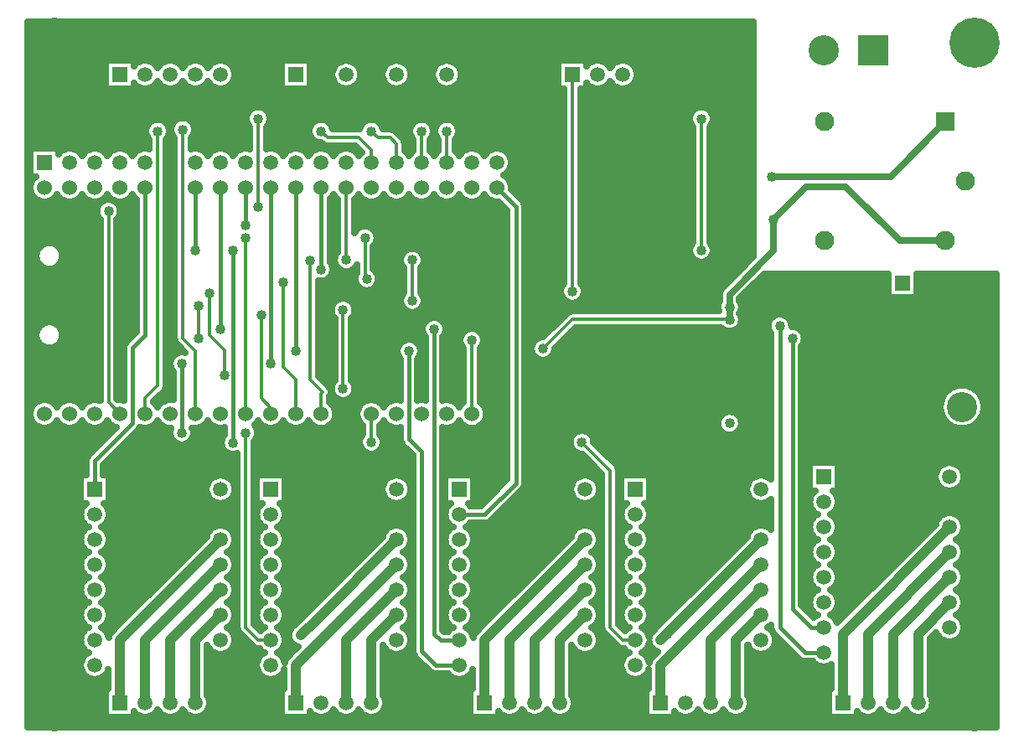
<source format=gbr>
G04 DipTrace 3.3.0.0*
G04 Bottom.gbr*
%MOIN*%
G04 #@! TF.FileFunction,Copper,L2,Bot*
G04 #@! TF.Part,Single*
G04 #@! TA.AperFunction,Conductor*
%ADD14C,0.016*%
%ADD15C,0.012008*%
%ADD16C,0.012*%
G04 #@! TA.AperFunction,CopperBalancing*
%ADD17C,0.025*%
G04 #@! TA.AperFunction,Conductor*
%ADD18C,0.015*%
G04 #@! TA.AperFunction,ViaPad*
%ADD20C,0.04*%
G04 #@! TA.AperFunction,Conductor*
%ADD22C,0.0121*%
G04 #@! TA.AperFunction,ComponentPad*
%ADD25C,0.06*%
%ADD37R,0.059055X0.059055*%
%ADD38C,0.059055*%
%ADD43C,0.076772*%
%ADD44R,0.076772X0.076772*%
%ADD46C,0.2*%
%ADD49R,0.12X0.12*%
%ADD50C,0.12*%
%ADD51R,0.059X0.059*%
%ADD52C,0.059*%
G04 #@! TA.AperFunction,ViaPad*
%ADD59C,0.03*%
%FSLAX26Y26*%
G04*
G70*
G90*
G75*
G01*
G04 Bottom*
%LPD*%
X2144016Y1294016D2*
D14*
X2244016D1*
X2369016Y1419016D1*
Y2519016D1*
X2294016Y2594016D1*
X1775266Y2231516D2*
D15*
X1769016D1*
Y2394016D1*
X1208797Y1848497D2*
D16*
Y1948714D1*
X1149615Y2007896D1*
Y2173686D1*
X3219016Y2069016D2*
X3217462Y2070570D1*
X2593724D1*
X2476724Y1953570D1*
X3394016Y2469016D2*
D17*
X3523740Y2598740D1*
X3681417D1*
X3895492Y2384665D1*
X4077776D1*
X3394016Y2469016D2*
Y2344016D1*
X3219016Y2169016D1*
Y2094016D1*
Y2069016D1*
Y2119016D2*
D16*
Y2094016D1*
X1244016Y1579055D2*
D18*
Y2344016D1*
X1094016D2*
Y2594016D1*
X1394016D2*
Y1894016D1*
X1039685D2*
Y1618425D1*
X2844016Y794016D2*
D16*
X2794016D1*
X2744016Y844016D1*
Y1469016D1*
X2631516Y1581516D1*
X1794016D2*
Y1694016D1*
X2144016Y694016D2*
D18*
X2050709D1*
X1994016Y750709D1*
Y1544016D1*
X1944016Y1594016D1*
Y1944016D1*
X1494016D2*
Y2594016D1*
X2944016Y794016D2*
D20*
X2994016Y844016D1*
X3344016Y1194016D1*
X2994016Y844016D2*
D3*
X1512766Y812766D2*
X1569016Y869016D1*
X1894016Y1194016D1*
X1569016Y869016D2*
D3*
X3344016Y1094016D2*
X2944016Y694016D1*
Y544016D1*
X794016D2*
Y794016D1*
X1194016Y1194016D1*
X894016Y544016D2*
Y794016D1*
X1194016Y1094016D1*
X994016Y544016D2*
Y794016D1*
X1194016Y994016D1*
X1094016Y544016D2*
Y794016D1*
X1194016Y894016D1*
X2594016Y2181516D2*
D16*
Y3044016D1*
X3594016Y844016D2*
D14*
X3544016D1*
X3469016Y919016D1*
Y1994016D1*
X1294016Y2444016D2*
Y2594016D1*
X2094016Y2819016D2*
D16*
Y2694016D1*
X1994016Y2819016D2*
Y2694016D1*
X3594016Y744016D2*
D14*
X3519016D1*
X3419016Y844016D1*
Y2044016D1*
X1594016Y2269016D2*
Y2594016D1*
X1694016D2*
D15*
Y2306516D1*
X1956516D2*
Y2144114D1*
X1794016Y2819016D2*
D16*
X1819016Y2794016D1*
X1869016D1*
X1894016Y2769016D1*
Y2694016D1*
X1294016Y1694016D2*
Y2394016D1*
X3106516Y2344016D2*
Y2869016D1*
X2194016Y1694016D2*
D15*
Y1987766D1*
X1105243Y1993374D2*
Y2125265D1*
X1356516Y2087072D2*
Y1756516D1*
X1394016Y1719016D1*
Y1694016D1*
X1894016Y1094016D2*
D20*
X1494016Y694016D1*
Y544016D1*
X1344016Y2869016D2*
D22*
Y2519016D1*
X748346Y2500315D2*
D15*
Y1739685D1*
X794016Y1694016D1*
X1550265Y2303608D2*
Y1831516D1*
X1600265Y1781516D1*
X1594016Y1775266D1*
Y1694016D1*
X944016Y2819016D2*
Y1806516D1*
X894016Y1756516D1*
Y1694016D1*
X3144016Y544016D2*
D20*
Y794016D1*
X3344016Y994016D1*
X1681516Y2106713D2*
D15*
Y1794016D1*
X3244016Y544016D2*
D20*
Y794016D1*
X3344016Y894016D1*
X1794016Y2694016D2*
D16*
Y2744016D1*
X1744016Y2794016D1*
X1619016D1*
X1594016Y2819016D1*
X1694016Y544016D2*
D20*
Y794016D1*
X1894016Y994016D1*
X2244016Y544016D2*
Y794016D1*
X2644016Y1194016D1*
X2344016Y544016D2*
Y794016D1*
X2644016Y1094016D1*
X2444016Y544016D2*
Y794016D1*
X2644016Y994016D1*
X2544016Y544016D2*
Y794016D1*
X2644016Y894016D1*
X1044016Y2825265D2*
D15*
Y1994016D1*
X1094016Y1944016D1*
Y1694016D1*
X1394016Y794016D2*
D16*
X1344016D1*
X1294016Y844016D1*
Y1619016D1*
X2144016Y794016D2*
D18*
X2069016D1*
X2044016Y819016D1*
Y2031516D1*
X1194016D2*
Y2594016D1*
X1444016Y2216993D2*
D15*
Y1881516D1*
X1494016Y1831516D1*
Y1694016D1*
X4077776Y2857106D2*
D17*
X3858780Y2638110D1*
X3386142D1*
X3669016Y544016D2*
D20*
Y819016D1*
X4094016Y1244016D1*
X3769016Y544016D2*
Y819016D1*
X4094016Y1144016D1*
X3869016Y544016D2*
Y819016D1*
X4094016Y1044016D1*
X3969016Y544016D2*
Y819016D1*
X4094016Y944016D1*
X1794016Y544016D2*
Y794016D1*
X1894016Y894016D1*
X694016Y1394016D2*
D18*
Y1506516D1*
X844016Y1656516D1*
Y1956516D1*
X894016Y2006516D1*
Y2594016D1*
D20*
X1775266Y2231516D3*
X1769016Y2394016D3*
X1208797Y1848497D3*
X1149615Y2173686D3*
X3394016Y2469016D3*
D3*
X1244016Y1579055D3*
Y2344016D3*
X1094016D3*
X1394016Y1894016D3*
X1039685D3*
Y1618425D3*
X2631516Y1581516D3*
X1794016D3*
X1944016Y1944016D3*
X1494016D3*
X2944016Y794016D3*
X1512766Y812766D3*
X2594016Y2181516D3*
X3469016Y1994016D3*
X1294016Y2444016D3*
X3419016Y2044016D3*
X1594016Y2269016D3*
X1694016Y2306516D3*
X1956516D3*
Y2144114D3*
X1294016Y2394016D3*
X3106516Y2344016D3*
Y2869016D3*
X2194016Y1987766D3*
X1105243Y1993374D3*
Y2125265D3*
X1356516Y2087072D3*
X1344016Y2869016D3*
Y2519016D3*
X748346Y2500315D3*
X1550265Y2303608D3*
X944016Y2819016D3*
X1681516Y2106713D3*
Y1794016D3*
X1594016Y2819016D3*
X1044016Y2825265D3*
X1294016Y1619016D3*
X2044016Y2031516D3*
X1194016D3*
X1444016Y2216993D3*
X3386142Y2638110D3*
X1569016Y869016D3*
X2994016Y844016D3*
D59*
X2775724Y1875570D3*
Y1849570D3*
Y1823570D3*
X2736724Y1875570D3*
Y1849570D3*
Y1823570D3*
X2697724Y1875570D3*
Y1849570D3*
Y1823570D3*
X3127016Y1628016D3*
X3088016D3*
D20*
X2476724Y1953570D3*
X3219016Y2069016D3*
Y1656516D3*
X1594016Y1094016D3*
Y1044016D3*
Y994016D3*
X894016Y1094016D3*
Y1044016D3*
Y994016D3*
X2344016Y1094016D3*
Y1044016D3*
Y994016D3*
X3044016Y1094016D3*
Y1044016D3*
Y994016D3*
X3794016Y1144016D3*
Y1094016D3*
Y1044016D3*
X3219016Y2119016D3*
X594016Y2431516D3*
Y1856516D3*
X3208976Y2815276D3*
X1644016Y2419016D3*
X1719016Y2144016D3*
X1544016Y844016D3*
X2969016Y819016D3*
X1794016Y2819016D3*
X1994016D3*
X2094016D3*
X428719Y3230663D2*
D17*
X3312073D1*
X428719Y3205794D2*
X3312073D1*
X428719Y3180925D2*
X3312073D1*
X428719Y3156056D2*
X3312073D1*
X428719Y3131188D2*
X3312073D1*
X428719Y3106319D2*
X3312073D1*
X428719Y3081450D2*
X735481D1*
X1238194D2*
X1435509D1*
X1552540D2*
X1649845D1*
X1738204D2*
X1849828D1*
X1938187D2*
X2049847D1*
X2138205D2*
X2535503D1*
X2838198D2*
X3312073D1*
X428719Y3056581D2*
X735481D1*
X1251113D2*
X1435509D1*
X1552540D2*
X1636927D1*
X1751123D2*
X1836910D1*
X1951105D2*
X2036928D1*
X2151124D2*
X2535503D1*
X2851117D2*
X3312073D1*
X428719Y3031713D2*
X735481D1*
X1251184D2*
X1435509D1*
X1552540D2*
X1636855D1*
X1751159D2*
X1836874D1*
X1951177D2*
X2036856D1*
X2151160D2*
X2535503D1*
X2851152D2*
X3312073D1*
X428719Y3006844D2*
X735481D1*
X1238410D2*
X1435509D1*
X1552540D2*
X1649594D1*
X1738420D2*
X1849613D1*
X1938438D2*
X2049595D1*
X2138421D2*
X2535503D1*
X2838414D2*
X3312073D1*
X428719Y2981975D2*
X2559007D1*
X2628993D2*
X3312073D1*
X428719Y2957106D2*
X2559007D1*
X2628993D2*
X3312073D1*
X428719Y2932238D2*
X2559007D1*
X2628993D2*
X3312073D1*
X428719Y2907369D2*
X1315225D1*
X1372796D2*
X2559007D1*
X2628993D2*
X3077749D1*
X3135283D2*
X3312073D1*
X428719Y2882500D2*
X1297032D1*
X1391025D2*
X2559007D1*
X2628993D2*
X3059520D1*
X3153513D2*
X3312073D1*
X428719Y2857631D2*
X915619D1*
X972400D2*
X1008129D1*
X1079909D2*
X1296422D1*
X1391599D2*
X1565625D1*
X1622406D2*
X1765608D1*
X1822425D2*
X1965626D1*
X2022407D2*
X2065636D1*
X2122416D2*
X2559007D1*
X2628993D2*
X3058946D1*
X3154087D2*
X3312073D1*
X428719Y2832762D2*
X897103D1*
X1092397D2*
X1308982D1*
X1379076D2*
X1547109D1*
X1640922D2*
X1747092D1*
X1840941D2*
X1947110D1*
X2140933D2*
X2559007D1*
X2628993D2*
X3071541D1*
X3141491D2*
X3312073D1*
X428719Y2807894D2*
X896385D1*
X1089634D2*
X1308982D1*
X1379076D2*
X1546391D1*
X1903595D2*
X1946357D1*
X2141650D2*
X2559007D1*
X2628993D2*
X3071541D1*
X3141491D2*
X3312073D1*
X428719Y2783025D2*
X909016D1*
X979003D2*
X1009026D1*
X1079012D2*
X1308982D1*
X1379076D2*
X1562073D1*
X1925843D2*
X1959024D1*
X2029010D2*
X2059033D1*
X2129019D2*
X2559007D1*
X2628993D2*
X3071541D1*
X3141491D2*
X3312073D1*
X428719Y2758156D2*
X909016D1*
X979003D2*
X1009026D1*
X1079012D2*
X1308982D1*
X1379076D2*
X1731410D1*
X1929001D2*
X1959024D1*
X2029010D2*
X2059033D1*
X2129019D2*
X2559007D1*
X2628993D2*
X3071541D1*
X3141491D2*
X3312073D1*
X636452Y2733287D2*
X651583D1*
X736462D2*
X751557D1*
X836471D2*
X851566D1*
X979003D2*
X1009026D1*
X1136463D2*
X1151558D1*
X1236472D2*
X1251567D1*
X1436454D2*
X1451549D1*
X1536464D2*
X1551559D1*
X1636473D2*
X1651568D1*
X1736482D2*
X1751577D1*
X1936465D2*
X1951560D1*
X2036474D2*
X2051569D1*
X2136447D2*
X2151578D1*
X2236456D2*
X2251552D1*
X2336466D2*
X2559007D1*
X2628993D2*
X3071541D1*
X3141491D2*
X3312073D1*
X979003Y2708419D2*
X1009026D1*
X2350640D2*
X2559007D1*
X2628993D2*
X3071541D1*
X3141491D2*
X3312073D1*
X979003Y2683550D2*
X1009026D1*
X2351537D2*
X2559007D1*
X2628993D2*
X3071541D1*
X3141491D2*
X3312073D1*
X979003Y2658681D2*
X1009026D1*
X2339982D2*
X2559007D1*
X2628993D2*
X3071541D1*
X3141491D2*
X3312073D1*
X428719Y2633812D2*
X451421D1*
X979003D2*
X1009026D1*
X2336609D2*
X2559007D1*
X2628993D2*
X3071541D1*
X3141491D2*
X3312073D1*
X979003Y2608944D2*
X1009026D1*
X2350999D2*
X2559007D1*
X2628993D2*
X3071541D1*
X3141491D2*
X3312073D1*
X979003Y2584075D2*
X1009026D1*
X2355233D2*
X2559007D1*
X2628993D2*
X3071541D1*
X3141491D2*
X3312073D1*
X428719Y2559206D2*
X447008D1*
X979003D2*
X1009026D1*
X2380101D2*
X2559007D1*
X2628993D2*
X3071541D1*
X3141491D2*
X3312073D1*
X428719Y2534337D2*
X714165D1*
X782537D2*
X857523D1*
X979003D2*
X1009026D1*
X1631018D2*
X1659032D1*
X1729018D2*
X2302399D1*
X2402421D2*
X2559007D1*
X2628993D2*
X3071541D1*
X3141491D2*
X3312073D1*
X428719Y2509469D2*
X700278D1*
X796424D2*
X857523D1*
X979003D2*
X1009026D1*
X1631018D2*
X1659032D1*
X1729018D2*
X2327267D1*
X2406009D2*
X2559007D1*
X2628993D2*
X3071541D1*
X3141491D2*
X3312073D1*
X428719Y2484600D2*
X702108D1*
X794594D2*
X857523D1*
X979003D2*
X1009026D1*
X1631018D2*
X1659032D1*
X1729018D2*
X2332040D1*
X2406009D2*
X2559007D1*
X2628993D2*
X3071541D1*
X3141491D2*
X3312073D1*
X428719Y2459731D2*
X713340D1*
X783326D2*
X857523D1*
X979003D2*
X1009026D1*
X1631018D2*
X1659032D1*
X1729018D2*
X2332040D1*
X2406009D2*
X2559007D1*
X2628993D2*
X3071541D1*
X3141491D2*
X3312073D1*
X428719Y2434862D2*
X713340D1*
X783326D2*
X857523D1*
X979003D2*
X1009026D1*
X1631018D2*
X1659032D1*
X1729018D2*
X1744293D1*
X1793717D2*
X2332040D1*
X2406009D2*
X2559007D1*
X2628993D2*
X3071541D1*
X3141491D2*
X3312073D1*
X428719Y2409993D2*
X713340D1*
X783326D2*
X857523D1*
X979003D2*
X1009026D1*
X1631018D2*
X1659032D1*
X1815176D2*
X2332040D1*
X2406009D2*
X2559007D1*
X2628993D2*
X3071541D1*
X3141491D2*
X3312073D1*
X428719Y2385125D2*
X713340D1*
X783326D2*
X857523D1*
X979003D2*
X1009026D1*
X1631018D2*
X1659032D1*
X1817150D2*
X2332040D1*
X2406009D2*
X2559007D1*
X2628993D2*
X3071541D1*
X3141491D2*
X3312073D1*
X428719Y2360256D2*
X474208D1*
X551550D2*
X713340D1*
X783326D2*
X857523D1*
X979003D2*
X1009026D1*
X1631018D2*
X1659032D1*
X1804016D2*
X2332040D1*
X2406009D2*
X2559007D1*
X2628993D2*
X3060453D1*
X3152580D2*
X3312073D1*
X428719Y2335387D2*
X459926D1*
X565868D2*
X713340D1*
X783326D2*
X857523D1*
X979003D2*
X1009026D1*
X1631018D2*
X1655085D1*
X1804016D2*
X1917577D1*
X1995458D2*
X2332040D1*
X2406009D2*
X2559007D1*
X2628993D2*
X3058336D1*
X3154697D2*
X3312073D1*
X428719Y2310518D2*
X459890D1*
X565904D2*
X713340D1*
X783326D2*
X857523D1*
X979003D2*
X1009026D1*
X1631018D2*
X1645181D1*
X1804016D2*
X1907709D1*
X2005326D2*
X2332040D1*
X2406009D2*
X2559007D1*
X2628993D2*
X3071792D1*
X3141240D2*
X3302886D1*
X428719Y2285650D2*
X474100D1*
X551658D2*
X713340D1*
X783326D2*
X857523D1*
X979003D2*
X1009026D1*
X1804016D2*
X1912482D1*
X2000554D2*
X2332040D1*
X2406009D2*
X2559007D1*
X2628993D2*
X3278019D1*
X428719Y2260781D2*
X713340D1*
X783326D2*
X857523D1*
X979003D2*
X1009026D1*
X1642286D2*
X1683146D1*
X1704888D2*
X1734030D1*
X1813884D2*
X1921525D1*
X1991511D2*
X2332040D1*
X2406009D2*
X2559007D1*
X2628993D2*
X3253151D1*
X428719Y2235912D2*
X713340D1*
X783326D2*
X857523D1*
X979003D2*
X1009026D1*
X1629152D2*
X1726494D1*
X1824039D2*
X1921525D1*
X1991511D2*
X2332040D1*
X2406009D2*
X2559007D1*
X2628993D2*
X3228283D1*
X3343555D2*
X3848003D1*
X3965034D2*
X4276640D1*
X428719Y2211043D2*
X713340D1*
X783326D2*
X857523D1*
X979003D2*
X1009026D1*
X1585266D2*
X1731016D1*
X1819518D2*
X1921525D1*
X1991511D2*
X2332040D1*
X2406009D2*
X2555598D1*
X2632438D2*
X3203415D1*
X3318688D2*
X3848003D1*
X3965034D2*
X4276640D1*
X428719Y2186175D2*
X713340D1*
X783326D2*
X857523D1*
X979003D2*
X1009026D1*
X1585266D2*
X1762486D1*
X1788048D2*
X1921525D1*
X1991511D2*
X2332040D1*
X2406009D2*
X2545264D1*
X2642773D2*
X3181490D1*
X3293820D2*
X3848003D1*
X3965034D2*
X4276640D1*
X428719Y2161306D2*
X713340D1*
X783326D2*
X857523D1*
X979003D2*
X1009026D1*
X1585266D2*
X1910831D1*
X2002204D2*
X2332040D1*
X2406009D2*
X2549641D1*
X2638395D2*
X3177507D1*
X3268952D2*
X3848003D1*
X3965034D2*
X4276640D1*
X428719Y2136437D2*
X713340D1*
X783326D2*
X857523D1*
X979003D2*
X1009026D1*
X1585266D2*
X1643279D1*
X1719760D2*
X1908176D1*
X2004860D2*
X2332040D1*
X2406009D2*
X2580143D1*
X2607894D2*
X3173416D1*
X3264610D2*
X4276640D1*
X428719Y2111568D2*
X713340D1*
X783326D2*
X857523D1*
X979003D2*
X1009026D1*
X1585266D2*
X1632765D1*
X1730238D2*
X1920807D1*
X1992229D2*
X2332040D1*
X2406009D2*
X3170617D1*
X3267409D2*
X4276640D1*
X428719Y2086699D2*
X713340D1*
X783326D2*
X857523D1*
X979003D2*
X1009026D1*
X1585266D2*
X1637035D1*
X1725968D2*
X2332040D1*
X2406009D2*
X2561411D1*
X3264502D2*
X3398087D1*
X3439940D2*
X4276640D1*
X428719Y2061831D2*
X713340D1*
X783326D2*
X857523D1*
X979003D2*
X1009026D1*
X1585266D2*
X1646508D1*
X1716495D2*
X2006283D1*
X2081760D2*
X2332040D1*
X2406009D2*
X2536544D1*
X3267445D2*
X3373578D1*
X3464449D2*
X4276640D1*
X428719Y2036962D2*
X467246D1*
X558548D2*
X713340D1*
X783326D2*
X857523D1*
X979003D2*
X1009026D1*
X1585266D2*
X1646508D1*
X1716495D2*
X1995338D1*
X2092704D2*
X2332040D1*
X2406009D2*
X2511676D1*
X2608575D2*
X3182854D1*
X3255208D2*
X3370564D1*
X3489317D2*
X4276640D1*
X428719Y2012093D2*
X458562D1*
X567232D2*
X713340D1*
X783326D2*
X849018D1*
X979003D2*
X1009026D1*
X1585266D2*
X1646508D1*
X1716495D2*
X1999286D1*
X2088757D2*
X2151901D1*
X2236133D2*
X2332040D1*
X2406009D2*
X2486808D1*
X2583708D2*
X3382011D1*
X3514364D2*
X4276640D1*
X428719Y1987224D2*
X462689D1*
X563105D2*
X713340D1*
X783326D2*
X824150D1*
X979003D2*
X1009743D1*
X1585266D2*
X1646508D1*
X1716495D2*
X1924360D1*
X1963665D2*
X2007539D1*
X2080504D2*
X2145011D1*
X2242987D2*
X2332040D1*
X2406009D2*
X2442132D1*
X2558840D2*
X3382011D1*
X3517522D2*
X4276640D1*
X428719Y1962356D2*
X485368D1*
X540426D2*
X713340D1*
X783326D2*
X808038D1*
X979003D2*
X1027219D1*
X1585266D2*
X1646508D1*
X1716495D2*
X1898810D1*
X1989250D2*
X2007539D1*
X2080504D2*
X2152583D1*
X2235452D2*
X2332040D1*
X2406009D2*
X2428568D1*
X2533972D2*
X3382011D1*
X3506003D2*
X4276640D1*
X428719Y1937487D2*
X713340D1*
X783326D2*
X807536D1*
X979003D2*
X1020688D1*
X1585266D2*
X1646508D1*
X1716495D2*
X1895473D1*
X1992552D2*
X2007539D1*
X2080504D2*
X2159006D1*
X2229028D2*
X2332040D1*
X2406009D2*
X2430614D1*
X2522848D2*
X3382011D1*
X3506003D2*
X4276640D1*
X428719Y1912618D2*
X713340D1*
X783326D2*
X807536D1*
X979003D2*
X994564D1*
X1585266D2*
X1646508D1*
X1716495D2*
X1907243D1*
X1980817D2*
X2007539D1*
X2080504D2*
X2159006D1*
X2229028D2*
X2332040D1*
X2406009D2*
X2452216D1*
X2501246D2*
X3382011D1*
X3506003D2*
X4276640D1*
X428719Y1887749D2*
X713340D1*
X783326D2*
X807536D1*
X1585266D2*
X1646508D1*
X1716495D2*
X1907530D1*
X1980494D2*
X2007539D1*
X2080504D2*
X2159006D1*
X2229028D2*
X2332040D1*
X2406009D2*
X3382011D1*
X3506003D2*
X4276640D1*
X428719Y1862881D2*
X713340D1*
X783326D2*
X807536D1*
X979003D2*
X1002674D1*
X1585266D2*
X1646508D1*
X1716495D2*
X1907530D1*
X1980494D2*
X2007539D1*
X2080504D2*
X2159006D1*
X2229028D2*
X2332040D1*
X2406009D2*
X3382011D1*
X3506003D2*
X4276640D1*
X428719Y1838012D2*
X713340D1*
X783326D2*
X807536D1*
X979003D2*
X1003177D1*
X1592228D2*
X1646508D1*
X1716495D2*
X1907530D1*
X1980494D2*
X2007539D1*
X2080504D2*
X2159006D1*
X2229028D2*
X2332040D1*
X2406009D2*
X3382011D1*
X3506003D2*
X4276640D1*
X428719Y1813143D2*
X713340D1*
X783326D2*
X807536D1*
X979003D2*
X1003177D1*
X1617095D2*
X1636640D1*
X1726399D2*
X1907530D1*
X1980494D2*
X2007539D1*
X2080504D2*
X2159006D1*
X2229028D2*
X2332040D1*
X2406009D2*
X3382011D1*
X3506003D2*
X4276640D1*
X428719Y1788274D2*
X713340D1*
X783326D2*
X807536D1*
X973405D2*
X1003177D1*
X1730166D2*
X1907530D1*
X1980494D2*
X2007539D1*
X2080504D2*
X2159006D1*
X2229028D2*
X2332040D1*
X2406009D2*
X3382011D1*
X3506003D2*
X4085736D1*
X4202300D2*
X4276640D1*
X428719Y1763406D2*
X713340D1*
X783326D2*
X807536D1*
X949362D2*
X1003177D1*
X1629762D2*
X1644032D1*
X1719006D2*
X1907530D1*
X1980494D2*
X2007539D1*
X2080504D2*
X2159006D1*
X2229028D2*
X2332040D1*
X2406009D2*
X3382011D1*
X3506003D2*
X4065497D1*
X4222538D2*
X4276640D1*
X428719Y1738537D2*
X456732D1*
X531276D2*
X556741D1*
X631285D2*
X656751D1*
X931277D2*
X956742D1*
X1631305D2*
X1756744D1*
X1831288D2*
X1856754D1*
X2131280D2*
X2156746D1*
X2231289D2*
X2332040D1*
X2406009D2*
X3382011D1*
X3506003D2*
X4056598D1*
X4231438D2*
X4276640D1*
X1649463Y1713668D2*
X1738551D1*
X2249482D2*
X2332040D1*
X2406009D2*
X3382011D1*
X3506003D2*
X4055450D1*
X4232586D2*
X4276640D1*
X1652764Y1688799D2*
X1735250D1*
X2252784D2*
X2332040D1*
X2406009D2*
X3183069D1*
X3254957D2*
X3382011D1*
X3506003D2*
X4061729D1*
X4226306D2*
X4276640D1*
X428719Y1663930D2*
X443706D1*
X1644331D2*
X1743719D1*
X2244315D2*
X2332040D1*
X2406009D2*
X3170617D1*
X3267409D2*
X3382011D1*
X3506003D2*
X4077554D1*
X4210481D2*
X4276640D1*
X428719Y1639062D2*
X478406D1*
X509602D2*
X578415D1*
X609611D2*
X678425D1*
X709620D2*
X775994D1*
X909603D2*
X978416D1*
X1109621D2*
X1178435D1*
X1338455D2*
X1378418D1*
X1409613D2*
X1478427D1*
X1509622D2*
X1578436D1*
X1609596D2*
X1759041D1*
X1828991D2*
X1878428D1*
X2109606D2*
X2178420D1*
X2209615D2*
X2332040D1*
X2406009D2*
X3173416D1*
X3264610D2*
X3382011D1*
X3506003D2*
X4117529D1*
X4170470D2*
X4276640D1*
X428719Y1614193D2*
X751126D1*
X852260D2*
X990868D1*
X1088485D2*
X1207537D1*
X1342761D2*
X1758431D1*
X1829601D2*
X1907530D1*
X2080504D2*
X2332040D1*
X2406009D2*
X2595932D1*
X2667103D2*
X3197279D1*
X3240747D2*
X3382011D1*
X3506003D2*
X4276640D1*
X428719Y1589324D2*
X726258D1*
X827392D2*
X1000916D1*
X1078438D2*
X1196162D1*
X1332283D2*
X1745692D1*
X1842340D2*
X1907853D1*
X2080504D2*
X2332040D1*
X2406009D2*
X2583193D1*
X2679841D2*
X3382011D1*
X3506003D2*
X4276640D1*
X428719Y1564455D2*
X701391D1*
X802524D2*
X1197382D1*
X1329017D2*
X1748276D1*
X1839757D2*
X1922996D1*
X2080504D2*
X2332040D1*
X2406009D2*
X2585777D1*
X2697030D2*
X3382011D1*
X3506003D2*
X4276640D1*
X428719Y1539587D2*
X676523D1*
X777657D2*
X1216939D1*
X1329017D2*
X1771421D1*
X1816611D2*
X1947864D1*
X2080504D2*
X2332040D1*
X2406009D2*
X2608922D1*
X2721898D2*
X3382011D1*
X3506003D2*
X4276640D1*
X428719Y1514718D2*
X658545D1*
X752789D2*
X1259031D1*
X1329017D2*
X1957517D1*
X2080504D2*
X2332040D1*
X2406009D2*
X2649866D1*
X2746765D2*
X3382011D1*
X3506003D2*
X4276640D1*
X428719Y1489849D2*
X657540D1*
X730505D2*
X1259031D1*
X1329017D2*
X1957517D1*
X2080504D2*
X2332040D1*
X2406009D2*
X2674734D1*
X2771454D2*
X3382011D1*
X3506003D2*
X3535524D1*
X3652518D2*
X4059361D1*
X4128665D2*
X4276640D1*
X428719Y1464980D2*
X657540D1*
X730505D2*
X1259031D1*
X1329017D2*
X1957517D1*
X2080504D2*
X2332040D1*
X2406009D2*
X2699601D1*
X2779025D2*
X3382011D1*
X3506003D2*
X3535524D1*
X3652518D2*
X4039589D1*
X4148438D2*
X4276640D1*
X428719Y1440112D2*
X635507D1*
X752502D2*
X1159739D1*
X1228290D2*
X1259031D1*
X1452495D2*
X1859732D1*
X1928283D2*
X1957517D1*
X2202510D2*
X2332040D1*
X2406009D2*
X2609747D1*
X2678298D2*
X2709039D1*
X2902503D2*
X3309740D1*
X3506003D2*
X3535524D1*
X3652518D2*
X4035677D1*
X4152385D2*
X4276640D1*
X428719Y1415243D2*
X635507D1*
X752502D2*
X1139716D1*
X1452495D2*
X1839709D1*
X2202510D2*
X2313954D1*
X2405794D2*
X2589688D1*
X2902503D2*
X3289717D1*
X3506003D2*
X3535524D1*
X3652518D2*
X4043464D1*
X4144562D2*
X4276640D1*
X428719Y1390374D2*
X635507D1*
X752502D2*
X1135625D1*
X1452495D2*
X1835654D1*
X2202510D2*
X2289086D1*
X2391655D2*
X2585633D1*
X2902503D2*
X3285626D1*
X3506003D2*
X3535524D1*
X3652518D2*
X4075473D1*
X4112553D2*
X4276640D1*
X428719Y1365505D2*
X635507D1*
X752502D2*
X1143340D1*
X1244689D2*
X1259031D1*
X1452495D2*
X1843333D1*
X1944718D2*
X1957503D1*
X2202510D2*
X2264219D1*
X2366788D2*
X2593313D1*
X2694697D2*
X2709039D1*
X2902503D2*
X3293341D1*
X3506003D2*
X3539794D1*
X3648212D2*
X4276640D1*
X428719Y1340636D2*
X635507D1*
X752502D2*
X1174595D1*
X1213434D2*
X1259031D1*
X1452495D2*
X1874624D1*
X1913427D2*
X1957517D1*
X2202510D2*
X2239351D1*
X2341920D2*
X2624604D1*
X2663406D2*
X2709039D1*
X2902503D2*
X3324596D1*
X3363435D2*
X3382011D1*
X3506003D2*
X3535631D1*
X3652410D2*
X4276640D1*
X428719Y1315768D2*
X639921D1*
X748124D2*
X1259031D1*
X1448117D2*
X1957517D1*
X2317052D2*
X2709039D1*
X2898125D2*
X3382011D1*
X3506003D2*
X3543167D1*
X3644875D2*
X4276640D1*
X428719Y1290899D2*
X635615D1*
X752430D2*
X1259031D1*
X1452423D2*
X1957517D1*
X2292185D2*
X2709039D1*
X2902431D2*
X3382011D1*
X3506003D2*
X3560894D1*
X3627112D2*
X4060904D1*
X4127122D2*
X4276640D1*
X428719Y1266030D2*
X643007D1*
X745002D2*
X1259031D1*
X1329017D2*
X1343036D1*
X1444995D2*
X1957517D1*
X2080504D2*
X2093015D1*
X2266671D2*
X2709039D1*
X2779025D2*
X2793008D1*
X2895003D2*
X3382011D1*
X3506003D2*
X3540045D1*
X3647997D2*
X4040019D1*
X4148007D2*
X4276640D1*
X428719Y1241161D2*
X661308D1*
X726737D2*
X1161318D1*
X1226711D2*
X1259031D1*
X1329017D2*
X1361301D1*
X1426730D2*
X1861311D1*
X1926704D2*
X1957517D1*
X2080504D2*
X2111316D1*
X2176709D2*
X2611326D1*
X2676719D2*
X2709039D1*
X2779025D2*
X2811309D1*
X2876738D2*
X3311319D1*
X3506003D2*
X3535595D1*
X3652446D2*
X4022903D1*
X4152421D2*
X4276640D1*
X428719Y1216293D2*
X640136D1*
X747873D2*
X1140147D1*
X1447901D2*
X1840139D1*
X2197881D2*
X2590155D1*
X2897874D2*
X3290148D1*
X3506003D2*
X3542880D1*
X3645162D2*
X3998035D1*
X4145172D2*
X4276640D1*
X428719Y1191424D2*
X635579D1*
X752430D2*
X1123173D1*
X1452459D2*
X1823166D1*
X2202438D2*
X2573181D1*
X2902431D2*
X3273174D1*
X3506003D2*
X3561719D1*
X3626323D2*
X3973167D1*
X4126297D2*
X4276640D1*
X428719Y1166555D2*
X642720D1*
X745325D2*
X1098306D1*
X1245299D2*
X1259031D1*
X1329017D2*
X1342713D1*
X1445318D2*
X1798298D1*
X2195297D2*
X2548314D1*
X2695307D2*
X2709039D1*
X2779025D2*
X2792721D1*
X2895326D2*
X3248307D1*
X3506003D2*
X3540260D1*
X3647781D2*
X3948299D1*
X4147756D2*
X4276640D1*
X428719Y1141686D2*
X662133D1*
X725876D2*
X1073438D1*
X1225886D2*
X1259031D1*
X1329017D2*
X1362162D1*
X1425868D2*
X1773431D1*
X1925879D2*
X1957517D1*
X2080504D2*
X2112141D1*
X2175884D2*
X2523446D1*
X2675894D2*
X2709039D1*
X2779025D2*
X2812134D1*
X2875877D2*
X3223439D1*
X3506003D2*
X3535559D1*
X3652446D2*
X3923432D1*
X4152457D2*
X4276640D1*
X428719Y1116818D2*
X640387D1*
X747657D2*
X1048570D1*
X1447650D2*
X1748563D1*
X2197666D2*
X2498578D1*
X2897658D2*
X3198571D1*
X3506003D2*
X3542557D1*
X3645449D2*
X3898564D1*
X4145459D2*
X4276640D1*
X428719Y1091949D2*
X635579D1*
X752466D2*
X1023702D1*
X1452459D2*
X1723695D1*
X2202474D2*
X2473711D1*
X2902467D2*
X3173703D1*
X3506003D2*
X3562580D1*
X3625461D2*
X3873696D1*
X4125472D2*
X4276640D1*
X428719Y1067080D2*
X642433D1*
X745612D2*
X998835D1*
X1245586D2*
X1259031D1*
X1329017D2*
X1342426D1*
X1445605D2*
X1698827D1*
X2195620D2*
X2448843D1*
X2695595D2*
X2709039D1*
X2779025D2*
X2792434D1*
X2895613D2*
X3148836D1*
X3506003D2*
X3540512D1*
X3647530D2*
X3848828D1*
X4147540D2*
X4276640D1*
X428719Y1042211D2*
X663030D1*
X725014D2*
X973967D1*
X1225025D2*
X1259031D1*
X1329017D2*
X1363023D1*
X1425007D2*
X1673960D1*
X1925018D2*
X1957517D1*
X2080504D2*
X2113003D1*
X2175023D2*
X2423975D1*
X2675033D2*
X2709039D1*
X2779025D2*
X2813031D1*
X2875015D2*
X3123968D1*
X3506003D2*
X3535559D1*
X3652482D2*
X3823961D1*
X4152493D2*
X4276640D1*
X428719Y1017343D2*
X640603D1*
X747406D2*
X949099D1*
X1447435D2*
X1649092D1*
X2197414D2*
X2399107D1*
X2897407D2*
X3099100D1*
X3506003D2*
X3542270D1*
X3645736D2*
X3799093D1*
X4145746D2*
X4276640D1*
X428719Y992474D2*
X635543D1*
X752502D2*
X924231D1*
X1452495D2*
X1624224D1*
X2202474D2*
X2374240D1*
X2902503D2*
X3074232D1*
X3506003D2*
X3563477D1*
X3624564D2*
X3774225D1*
X4124575D2*
X4276640D1*
X428719Y967605D2*
X642146D1*
X745899D2*
X899364D1*
X1245873D2*
X1259031D1*
X1329017D2*
X1342157D1*
X1445892D2*
X1599356D1*
X2195871D2*
X2349372D1*
X2695882D2*
X2709039D1*
X2779025D2*
X2792147D1*
X2895900D2*
X3049365D1*
X3506003D2*
X3540727D1*
X3647279D2*
X3749357D1*
X4147289D2*
X4276640D1*
X428719Y942736D2*
X663927D1*
X724117D2*
X874496D1*
X1224128D2*
X1259031D1*
X1329017D2*
X1363920D1*
X1424110D2*
X1574489D1*
X1924120D2*
X1957517D1*
X2080504D2*
X2113936D1*
X2174126D2*
X2324504D1*
X2674100D2*
X2709039D1*
X2779025D2*
X2813928D1*
X2874118D2*
X3024497D1*
X3506003D2*
X3535524D1*
X3652482D2*
X3724490D1*
X4152493D2*
X4276640D1*
X428719Y917867D2*
X640854D1*
X747191D2*
X849628D1*
X1447184D2*
X1549621D1*
X2197163D2*
X2299600D1*
X2897156D2*
X2999629D1*
X3521433D2*
X3542019D1*
X3646023D2*
X3699622D1*
X4146033D2*
X4276640D1*
X428719Y892999D2*
X635543D1*
X752502D2*
X824760D1*
X1452495D2*
X1524753D1*
X2202510D2*
X2274733D1*
X2902503D2*
X2974761D1*
X3546301D2*
X3564374D1*
X3623631D2*
X3674754D1*
X4123642D2*
X4276640D1*
X428719Y868130D2*
X641859D1*
X746150D2*
X799893D1*
X1246160D2*
X1259031D1*
X1329017D2*
X1341871D1*
X1446179D2*
X1499885D1*
X2196158D2*
X2249865D1*
X2696169D2*
X2709039D1*
X2779025D2*
X2791860D1*
X2896151D2*
X2949894D1*
X4147038D2*
X4276640D1*
X428719Y843261D2*
X664860D1*
X723148D2*
X775025D1*
X1223159D2*
X1259031D1*
X1343227D2*
X1364853D1*
X1423177D2*
X1475161D1*
X1923152D2*
X1957517D1*
X2080504D2*
X2114869D1*
X2173157D2*
X2224997D1*
X2673167D2*
X2709039D1*
X2793235D2*
X2814861D1*
X2873150D2*
X2925026D1*
X4152493D2*
X4276640D1*
X428719Y818392D2*
X641105D1*
X1246914D2*
X1271196D1*
X1446933D2*
X1464109D1*
X2696922D2*
X2721204D1*
X4146285D2*
X4276640D1*
X428719Y793524D2*
X635543D1*
X1252512D2*
X1296063D1*
X1452495D2*
X1467949D1*
X2702520D2*
X2746072D1*
X3402513D2*
X3418218D1*
X4017999D2*
X4067327D1*
X4120699D2*
X4276640D1*
X428719Y768655D2*
X641608D1*
X1246448D2*
X1321218D1*
X1446430D2*
X1495579D1*
X2696420D2*
X2771190D1*
X3396449D2*
X3443086D1*
X4017999D2*
X4276640D1*
X428719Y743786D2*
X665865D1*
X1142993D2*
X1166773D1*
X1221257D2*
X1365858D1*
X1422172D2*
X1475520D1*
X1843022D2*
X1866765D1*
X1921250D2*
X1958234D1*
X2593002D2*
X2616781D1*
X2671265D2*
X2815866D1*
X2872181D2*
X2925528D1*
X3292994D2*
X3316774D1*
X3371258D2*
X3467954D1*
X4017999D2*
X4276640D1*
X428719Y718917D2*
X641356D1*
X1142993D2*
X1341349D1*
X1843022D2*
X1975243D1*
X2593002D2*
X2791357D1*
X3292994D2*
X3492857D1*
X4017999D2*
X4276640D1*
X428719Y694049D2*
X635507D1*
X1142993D2*
X1335536D1*
X1843022D2*
X2000111D1*
X2593002D2*
X2785508D1*
X3292994D2*
X3566240D1*
X4017999D2*
X4276640D1*
X428719Y669180D2*
X641320D1*
X1142993D2*
X1341349D1*
X1843022D2*
X2025015D1*
X2593002D2*
X2791321D1*
X3292994D2*
X3620031D1*
X4017999D2*
X4276640D1*
X428719Y644311D2*
X665722D1*
X722287D2*
X745026D1*
X1142993D2*
X1365750D1*
X1422280D2*
X1445019D1*
X1843022D2*
X2115730D1*
X2172295D2*
X2195034D1*
X2593002D2*
X2815723D1*
X2872288D2*
X2895027D1*
X3292994D2*
X3620031D1*
X4017999D2*
X4276640D1*
X428719Y619442D2*
X745026D1*
X1142993D2*
X1445019D1*
X1843022D2*
X2195034D1*
X2593002D2*
X2895027D1*
X3292994D2*
X3620031D1*
X4017999D2*
X4276640D1*
X428719Y594573D2*
X735481D1*
X1142993D2*
X1435509D1*
X1843022D2*
X2185489D1*
X2593002D2*
X2885482D1*
X3292994D2*
X3610486D1*
X4017999D2*
X4276640D1*
X428719Y569705D2*
X735481D1*
X1146295D2*
X1435509D1*
X1846288D2*
X2185489D1*
X2596303D2*
X2885482D1*
X3296296D2*
X3610486D1*
X4021300D2*
X4276640D1*
X428719Y544836D2*
X735481D1*
X1152539D2*
X1435509D1*
X1852531D2*
X2185489D1*
X2602547D2*
X2885482D1*
X3302540D2*
X3610486D1*
X4027544D2*
X4276640D1*
X428719Y519967D2*
X735481D1*
X1147120D2*
X1435509D1*
X1847113D2*
X2185489D1*
X2597128D2*
X2885482D1*
X3297121D2*
X3610486D1*
X4022125D2*
X4276640D1*
X428719Y495098D2*
X735481D1*
X923813D2*
X964206D1*
X1023822D2*
X1064216D1*
X1123831D2*
X1435509D1*
X1623806D2*
X1664199D1*
X1723815D2*
X1764208D1*
X1823824D2*
X2185489D1*
X2373821D2*
X2414215D1*
X2473830D2*
X2514224D1*
X2573804D2*
X2885482D1*
X3073814D2*
X3114207D1*
X3173823D2*
X3214217D1*
X3273832D2*
X3610486D1*
X3798818D2*
X3839211D1*
X3898827D2*
X3939221D1*
X3998801D2*
X4276640D1*
X428719Y470230D2*
X4276640D1*
X1447182Y3100035D2*
X1550035D1*
Y2987996D1*
X1437996D1*
Y3100035D1*
X1447182D1*
X1749863Y3039620D2*
X1748488Y3030938D1*
X1745771Y3022578D1*
X1741780Y3014746D1*
X1736613Y3007634D1*
X1730398Y3001418D1*
X1723286Y2996251D1*
X1715454Y2992260D1*
X1707093Y2989544D1*
X1698411Y2988169D1*
X1689620D1*
X1680938Y2989544D1*
X1672578Y2992260D1*
X1664746Y2996251D1*
X1657634Y3001418D1*
X1651418Y3007634D1*
X1646251Y3014746D1*
X1642260Y3022578D1*
X1639544Y3030938D1*
X1638169Y3039620D1*
Y3048411D1*
X1639544Y3057093D1*
X1642260Y3065454D1*
X1646251Y3073286D1*
X1651418Y3080398D1*
X1657634Y3086613D1*
X1664746Y3091780D1*
X1672578Y3095771D1*
X1680938Y3098488D1*
X1689620Y3099863D1*
X1698411D1*
X1707093Y3098488D1*
X1715454Y3095771D1*
X1723286Y3091780D1*
X1730398Y3086613D1*
X1736613Y3080398D1*
X1741780Y3073286D1*
X1745771Y3065454D1*
X1748488Y3057093D1*
X1749863Y3048411D1*
Y3039620D1*
X1949863D2*
X1948488Y3030938D1*
X1945771Y3022578D1*
X1941780Y3014746D1*
X1936613Y3007634D1*
X1930398Y3001418D1*
X1923286Y2996251D1*
X1915454Y2992260D1*
X1907093Y2989544D1*
X1898411Y2988169D1*
X1889620D1*
X1880938Y2989544D1*
X1872578Y2992260D1*
X1864746Y2996251D1*
X1857634Y3001418D1*
X1851418Y3007634D1*
X1846251Y3014746D1*
X1842260Y3022578D1*
X1839544Y3030938D1*
X1838169Y3039620D1*
Y3048411D1*
X1839544Y3057093D1*
X1842260Y3065454D1*
X1846251Y3073286D1*
X1851418Y3080398D1*
X1857634Y3086613D1*
X1864746Y3091780D1*
X1872578Y3095771D1*
X1880938Y3098488D1*
X1889620Y3099863D1*
X1898411D1*
X1907093Y3098488D1*
X1915454Y3095771D1*
X1923286Y3091780D1*
X1930398Y3086613D1*
X1936613Y3080398D1*
X1941780Y3073286D1*
X1945771Y3065454D1*
X1948488Y3057093D1*
X1949863Y3048411D1*
Y3039620D1*
X2149863D2*
X2148488Y3030938D1*
X2145771Y3022578D1*
X2141780Y3014746D1*
X2136613Y3007634D1*
X2130398Y3001418D1*
X2123286Y2996251D1*
X2115454Y2992260D1*
X2107093Y2989544D1*
X2098411Y2988169D1*
X2089620D1*
X2080938Y2989544D1*
X2072578Y2992260D1*
X2064746Y2996251D1*
X2057634Y3001418D1*
X2051418Y3007634D1*
X2046251Y3014746D1*
X2042260Y3022578D1*
X2039544Y3030938D1*
X2038169Y3039620D1*
Y3048411D1*
X2039544Y3057093D1*
X2042260Y3065454D1*
X2046251Y3073286D1*
X2051418Y3080398D1*
X2057634Y3086613D1*
X2064746Y3091780D1*
X2072578Y3095771D1*
X2080938Y3098488D1*
X2089620Y3099863D1*
X2098411D1*
X2107093Y3098488D1*
X2115454Y3095771D1*
X2123286Y3091780D1*
X2130398Y3086613D1*
X2136613Y3080398D1*
X2141780Y3073286D1*
X2145771Y3065454D1*
X2148488Y3057093D1*
X2149863Y3048411D1*
Y3039620D1*
X747182Y600035D2*
X747505D1*
X747523Y677541D1*
X745746Y672588D1*
X741757Y664760D1*
X736592Y657652D1*
X730380Y651439D1*
X723272Y646275D1*
X715443Y642286D1*
X707087Y639571D1*
X698409Y638196D1*
X689623D1*
X680945Y639571D1*
X672588Y642286D1*
X664760Y646275D1*
X657652Y651439D1*
X651439Y657652D1*
X646275Y664760D1*
X642286Y672588D1*
X639571Y680945D1*
X638196Y689623D1*
Y698409D1*
X639571Y707087D1*
X642286Y715443D1*
X646275Y723272D1*
X651439Y730380D1*
X657652Y736592D1*
X664760Y741757D1*
X668830Y744013D1*
X661104Y748717D1*
X654423Y754423D1*
X648717Y761104D1*
X644126Y768596D1*
X640764Y776713D1*
X638713Y785257D1*
X638024Y794016D1*
X638713Y802775D1*
X640764Y811318D1*
X644126Y819436D1*
X648717Y826927D1*
X654423Y833608D1*
X661104Y839314D1*
X668830Y844013D1*
X661104Y848717D1*
X654423Y854423D1*
X648717Y861104D1*
X644126Y868596D1*
X640764Y876713D1*
X638713Y885257D1*
X638024Y894016D1*
X638713Y902775D1*
X640764Y911318D1*
X644126Y919436D1*
X648717Y926927D1*
X654423Y933608D1*
X661104Y939314D1*
X668830Y944013D1*
X661104Y948717D1*
X654423Y954423D1*
X648717Y961104D1*
X644126Y968596D1*
X640764Y976713D1*
X638713Y985257D1*
X638024Y994016D1*
X638713Y1002775D1*
X640764Y1011318D1*
X644126Y1019436D1*
X648717Y1026927D1*
X654423Y1033608D1*
X661104Y1039314D1*
X668830Y1044013D1*
X661104Y1048717D1*
X654423Y1054423D1*
X648717Y1061104D1*
X644126Y1068596D1*
X640764Y1076713D1*
X638713Y1085257D1*
X638024Y1094016D1*
X638713Y1102775D1*
X640764Y1111318D1*
X644126Y1119436D1*
X648717Y1126927D1*
X654423Y1133608D1*
X661104Y1139314D1*
X668830Y1144013D1*
X661104Y1148717D1*
X654423Y1154423D1*
X648717Y1161104D1*
X644126Y1168596D1*
X640764Y1176713D1*
X638713Y1185257D1*
X638024Y1194016D1*
X638713Y1202775D1*
X640764Y1211318D1*
X644126Y1219436D1*
X648717Y1226927D1*
X654423Y1233608D1*
X661104Y1239314D1*
X668830Y1244013D1*
X661104Y1248717D1*
X654423Y1254423D1*
X648717Y1261104D1*
X644126Y1268596D1*
X640764Y1276713D1*
X638713Y1285257D1*
X638024Y1294016D1*
X638713Y1302775D1*
X640764Y1311318D1*
X644126Y1319436D1*
X648717Y1326927D1*
X654423Y1333608D1*
X659472Y1338028D1*
X638024Y1338023D1*
Y1450008D1*
X660021D1*
X660128Y1509183D1*
X660963Y1514451D1*
X662611Y1519524D1*
X665033Y1524277D1*
X668168Y1528592D1*
X708954Y1569526D1*
X779012Y1639584D1*
X772397Y1641824D1*
X764499Y1645848D1*
X757327Y1651059D1*
X751059Y1657327D1*
X745848Y1664499D1*
X744028Y1667749D1*
X739719Y1660811D1*
X733962Y1654070D1*
X727221Y1648313D1*
X719663Y1643681D1*
X711473Y1640289D1*
X702853Y1638219D1*
X694016Y1637524D1*
X685178Y1638219D1*
X676559Y1640289D1*
X668369Y1643681D1*
X660811Y1648313D1*
X654070Y1654070D1*
X648313Y1660811D1*
X644028Y1667749D1*
X639719Y1660811D1*
X633962Y1654070D1*
X627221Y1648313D1*
X619663Y1643681D1*
X611473Y1640289D1*
X602853Y1638219D1*
X594016Y1637524D1*
X585178Y1638219D1*
X576559Y1640289D1*
X568369Y1643681D1*
X560811Y1648313D1*
X554070Y1654070D1*
X548313Y1660811D1*
X544028Y1667749D1*
X539719Y1660811D1*
X533962Y1654070D1*
X527221Y1648313D1*
X519663Y1643681D1*
X511473Y1640289D1*
X502853Y1638219D1*
X494016Y1637524D1*
X485178Y1638219D1*
X476559Y1640289D1*
X468369Y1643681D1*
X460811Y1648313D1*
X454070Y1654070D1*
X448313Y1660811D1*
X443681Y1668369D1*
X440289Y1676559D1*
X438219Y1685178D1*
X437524Y1694016D1*
X438219Y1702853D1*
X440289Y1711473D1*
X443681Y1719663D1*
X448313Y1727221D1*
X454070Y1733962D1*
X460811Y1739719D1*
X468369Y1744351D1*
X476559Y1747743D1*
X485178Y1749812D1*
X494016Y1750508D1*
X502853Y1749812D1*
X511473Y1747743D1*
X519663Y1744351D1*
X527221Y1739719D1*
X533962Y1733962D1*
X539719Y1727221D1*
X544003Y1720282D1*
X548313Y1727221D1*
X554070Y1733962D1*
X560811Y1739719D1*
X568369Y1744351D1*
X576559Y1747743D1*
X585178Y1749812D1*
X594016Y1750508D1*
X602853Y1749812D1*
X611473Y1747743D1*
X619663Y1744351D1*
X627221Y1739719D1*
X633962Y1733962D1*
X639719Y1727221D1*
X644003Y1720282D1*
X648313Y1727221D1*
X654070Y1733962D1*
X660811Y1739719D1*
X668369Y1744351D1*
X676559Y1747743D1*
X685178Y1749812D1*
X694016Y1750508D1*
X702853Y1749812D1*
X711473Y1747743D1*
X715839Y1746113D1*
X715850Y2467093D1*
X710734Y2472988D1*
X706922Y2479208D1*
X704130Y2485948D1*
X702427Y2493042D1*
X701854Y2500315D1*
X702427Y2507588D1*
X704130Y2514682D1*
X706922Y2521422D1*
X710734Y2527642D1*
X715472Y2533190D1*
X721019Y2537928D1*
X727239Y2541740D1*
X733980Y2544532D1*
X741073Y2546235D1*
X748346Y2546807D1*
X755619Y2546235D1*
X762713Y2544532D1*
X769453Y2541740D1*
X775674Y2537928D1*
X781221Y2533190D1*
X785959Y2527642D1*
X789771Y2521422D1*
X792563Y2514682D1*
X794266Y2507588D1*
X794839Y2500315D1*
X794266Y2493042D1*
X792563Y2485948D1*
X789771Y2479208D1*
X785959Y2472988D1*
X780834Y2467082D1*
X780843Y1753170D1*
X784342Y1749646D1*
X789583Y1750334D1*
X798448D1*
X807204Y1748947D1*
X810024Y1748379D1*
X810128Y1959183D1*
X810963Y1964451D1*
X812611Y1969524D1*
X815033Y1974277D1*
X818168Y1978592D1*
X860045Y2020617D1*
X860024Y2548905D1*
X854070Y2554070D1*
X848313Y2560811D1*
X844028Y2567749D1*
X839719Y2560811D1*
X833962Y2554070D1*
X827221Y2548313D1*
X819663Y2543681D1*
X811473Y2540289D1*
X802853Y2538219D1*
X794016Y2537524D1*
X785178Y2538219D1*
X776559Y2540289D1*
X768369Y2543681D1*
X760811Y2548313D1*
X754070Y2554070D1*
X748313Y2560811D1*
X744028Y2567749D1*
X739719Y2560811D1*
X733962Y2554070D1*
X727221Y2548313D1*
X719663Y2543681D1*
X711473Y2540289D1*
X702853Y2538219D1*
X694016Y2537524D1*
X685178Y2538219D1*
X676559Y2540289D1*
X668369Y2543681D1*
X660811Y2548313D1*
X654070Y2554070D1*
X648313Y2560811D1*
X644028Y2567749D1*
X639719Y2560811D1*
X633962Y2554070D1*
X627221Y2548313D1*
X619663Y2543681D1*
X611473Y2540289D1*
X602853Y2538219D1*
X594016Y2537524D1*
X585178Y2538219D1*
X576559Y2540289D1*
X568369Y2543681D1*
X560811Y2548313D1*
X554070Y2554070D1*
X548313Y2560811D1*
X544028Y2567749D1*
X539719Y2560811D1*
X533962Y2554070D1*
X527221Y2548313D1*
X519663Y2543681D1*
X511473Y2540289D1*
X502853Y2538219D1*
X494016Y2537524D1*
X485178Y2538219D1*
X476559Y2540289D1*
X468369Y2543681D1*
X460811Y2548313D1*
X454070Y2554070D1*
X448313Y2560811D1*
X443681Y2568369D1*
X440289Y2576559D1*
X438219Y2585178D1*
X437524Y2594016D1*
X438219Y2602853D1*
X440289Y2611473D1*
X443681Y2619663D1*
X448313Y2627221D1*
X454070Y2633962D1*
X458620Y2637992D1*
X437996Y2637996D1*
Y2750035D1*
X550036D1*
Y2728684D1*
X554404Y2733628D1*
X561088Y2739337D1*
X568583Y2743930D1*
X576705Y2747294D1*
X585252Y2749346D1*
X594016Y2750035D1*
X602779Y2749346D1*
X611327Y2747294D1*
X619448Y2743930D1*
X626943Y2739337D1*
X633628Y2733628D1*
X639337Y2726943D1*
X644009Y2719277D1*
X648695Y2726943D1*
X654404Y2733628D1*
X661088Y2739337D1*
X668583Y2743930D1*
X676705Y2747294D1*
X685252Y2749346D1*
X694016Y2750035D1*
X702779Y2749346D1*
X711327Y2747294D1*
X719448Y2743930D1*
X726943Y2739337D1*
X733628Y2733628D1*
X739337Y2726943D1*
X744009Y2719277D1*
X748695Y2726943D1*
X754404Y2733628D1*
X761088Y2739337D1*
X768583Y2743930D1*
X776705Y2747294D1*
X785252Y2749346D1*
X794016Y2750035D1*
X802779Y2749346D1*
X811327Y2747294D1*
X819448Y2743930D1*
X826943Y2739337D1*
X833628Y2733628D1*
X839337Y2726943D1*
X844009Y2719277D1*
X848695Y2726943D1*
X854404Y2733628D1*
X861088Y2739337D1*
X868583Y2743930D1*
X876705Y2747294D1*
X885252Y2749346D1*
X894016Y2750035D1*
X902779Y2749346D1*
X911504Y2747228D1*
X911520Y2785759D1*
X906403Y2791688D1*
X902591Y2797909D1*
X899799Y2804649D1*
X898096Y2811743D1*
X897524Y2819016D1*
X898096Y2826289D1*
X899799Y2833383D1*
X902591Y2840123D1*
X906403Y2846343D1*
X911141Y2851891D1*
X916688Y2856629D1*
X922909Y2860441D1*
X929649Y2863232D1*
X936743Y2864935D1*
X944016Y2865508D1*
X951289Y2864935D1*
X958383Y2863232D1*
X965123Y2860441D1*
X971343Y2856629D1*
X976891Y2851891D1*
X981629Y2846343D1*
X985441Y2840123D1*
X988232Y2833383D1*
X989935Y2826289D1*
X990508Y2819016D1*
X989935Y2811743D1*
X988232Y2804649D1*
X985441Y2797909D1*
X981629Y2791688D1*
X976503Y2785783D1*
X976412Y1803966D1*
X975614Y1798930D1*
X974038Y1794080D1*
X971723Y1789537D1*
X968726Y1785411D1*
X926523Y1743066D1*
X927221Y1739719D1*
X933962Y1733962D1*
X939719Y1727221D1*
X944003Y1720282D1*
X948313Y1727221D1*
X954070Y1733962D1*
X960811Y1739719D1*
X968369Y1744351D1*
X976559Y1747743D1*
X985178Y1749812D1*
X994016Y1750508D1*
X1002853Y1749812D1*
X1005691Y1749248D1*
X1005693Y1862330D1*
X1002072Y1866688D1*
X998260Y1872909D1*
X995468Y1879649D1*
X993765Y1886743D1*
X993193Y1894016D1*
X993765Y1901289D1*
X995468Y1908383D1*
X998260Y1915123D1*
X1002072Y1921343D1*
X1006810Y1926891D1*
X1012358Y1931629D1*
X1018578Y1935441D1*
X1025318Y1938232D1*
X1032412Y1939935D1*
X1039685Y1940508D1*
X1046958Y1939935D1*
X1053764Y1938314D1*
X1019305Y1972911D1*
X1016308Y1977037D1*
X1013993Y1981580D1*
X1012417Y1986430D1*
X1011620Y1991466D1*
X1011520Y2058320D1*
Y2792044D1*
X1006403Y2797938D1*
X1002591Y2804158D1*
X999799Y2810898D1*
X998096Y2817992D1*
X997524Y2825265D1*
X998096Y2832538D1*
X999799Y2839632D1*
X1002591Y2846372D1*
X1006403Y2852592D1*
X1011141Y2858140D1*
X1016688Y2862878D1*
X1022909Y2866690D1*
X1029649Y2869482D1*
X1036743Y2871185D1*
X1044016Y2871757D1*
X1051289Y2871185D1*
X1058383Y2869482D1*
X1065123Y2866690D1*
X1071343Y2862878D1*
X1076891Y2858140D1*
X1081629Y2852592D1*
X1085441Y2846372D1*
X1088232Y2839632D1*
X1089935Y2832538D1*
X1090508Y2825265D1*
X1089935Y2817992D1*
X1088232Y2810898D1*
X1085441Y2804158D1*
X1081629Y2797938D1*
X1076503Y2792032D1*
X1076705Y2747294D1*
X1085252Y2749346D1*
X1094016Y2750035D1*
X1102779Y2749346D1*
X1111327Y2747294D1*
X1119448Y2743930D1*
X1126943Y2739337D1*
X1133628Y2733628D1*
X1139337Y2726943D1*
X1144009Y2719277D1*
X1148695Y2726943D1*
X1154404Y2733628D1*
X1161088Y2739337D1*
X1168583Y2743930D1*
X1176705Y2747294D1*
X1185252Y2749346D1*
X1194016Y2750035D1*
X1202779Y2749346D1*
X1211327Y2747294D1*
X1219448Y2743930D1*
X1226943Y2739337D1*
X1233628Y2733628D1*
X1239337Y2726943D1*
X1244009Y2719277D1*
X1248695Y2726943D1*
X1254404Y2733628D1*
X1261088Y2739337D1*
X1268583Y2743930D1*
X1276705Y2747294D1*
X1285252Y2749346D1*
X1294016Y2750035D1*
X1302779Y2749346D1*
X1311472Y2747240D1*
X1311474Y2835837D1*
X1306403Y2841688D1*
X1302591Y2847909D1*
X1299799Y2854649D1*
X1298096Y2861743D1*
X1297524Y2869016D1*
X1298096Y2876289D1*
X1299799Y2883383D1*
X1302591Y2890123D1*
X1306403Y2896343D1*
X1311141Y2901891D1*
X1316688Y2906629D1*
X1322909Y2910441D1*
X1329649Y2913232D1*
X1336743Y2914935D1*
X1344016Y2915508D1*
X1351289Y2914935D1*
X1358383Y2913232D1*
X1365123Y2910441D1*
X1371343Y2906629D1*
X1376891Y2901891D1*
X1381629Y2896343D1*
X1385441Y2890123D1*
X1388232Y2883383D1*
X1389935Y2876289D1*
X1390508Y2869016D1*
X1389935Y2861743D1*
X1388232Y2854649D1*
X1385441Y2847909D1*
X1381629Y2841688D1*
X1376566Y2835841D1*
X1376705Y2747294D1*
X1385252Y2749346D1*
X1394016Y2750035D1*
X1402779Y2749346D1*
X1411327Y2747294D1*
X1419448Y2743930D1*
X1426943Y2739337D1*
X1433628Y2733628D1*
X1439337Y2726943D1*
X1444009Y2719277D1*
X1448695Y2726943D1*
X1454404Y2733628D1*
X1461088Y2739337D1*
X1468583Y2743930D1*
X1476705Y2747294D1*
X1485252Y2749346D1*
X1494016Y2750035D1*
X1502779Y2749346D1*
X1511327Y2747294D1*
X1519448Y2743930D1*
X1526943Y2739337D1*
X1533628Y2733628D1*
X1539337Y2726943D1*
X1544009Y2719277D1*
X1548695Y2726943D1*
X1554404Y2733628D1*
X1561088Y2739337D1*
X1568583Y2743930D1*
X1576705Y2747294D1*
X1585252Y2749346D1*
X1594016Y2750035D1*
X1602779Y2749346D1*
X1611327Y2747294D1*
X1619448Y2743930D1*
X1626943Y2739337D1*
X1633628Y2733628D1*
X1639337Y2726943D1*
X1644009Y2719277D1*
X1648695Y2726943D1*
X1654404Y2733628D1*
X1661088Y2739337D1*
X1668583Y2743930D1*
X1676705Y2747294D1*
X1685252Y2749346D1*
X1694016Y2750035D1*
X1702779Y2749346D1*
X1711327Y2747294D1*
X1719448Y2743930D1*
X1726943Y2739337D1*
X1733628Y2733628D1*
X1739337Y2726943D1*
X1744009Y2719277D1*
X1748695Y2726943D1*
X1754404Y2733628D1*
X1756511Y2735575D1*
X1730569Y2761512D1*
X1616466Y2761624D1*
X1611431Y2762421D1*
X1606582Y2763997D1*
X1602039Y2766312D1*
X1597914Y2769308D1*
X1594543Y2772537D1*
X1586743Y2773096D1*
X1579649Y2774799D1*
X1572909Y2777591D1*
X1566688Y2781403D1*
X1561141Y2786141D1*
X1556403Y2791688D1*
X1552591Y2797909D1*
X1549799Y2804649D1*
X1548096Y2811743D1*
X1547524Y2819016D1*
X1548096Y2826289D1*
X1549799Y2833383D1*
X1552591Y2840123D1*
X1556403Y2846343D1*
X1561141Y2851891D1*
X1566688Y2856629D1*
X1572909Y2860441D1*
X1579649Y2863232D1*
X1586743Y2864935D1*
X1594016Y2865508D1*
X1601289Y2864935D1*
X1608383Y2863232D1*
X1615123Y2860441D1*
X1621343Y2856629D1*
X1626891Y2851891D1*
X1631629Y2846343D1*
X1635441Y2840123D1*
X1638232Y2833383D1*
X1639894Y2826499D1*
X1746575Y2826407D1*
X1748096Y2826289D1*
X1749799Y2833383D1*
X1752591Y2840123D1*
X1756403Y2846343D1*
X1761141Y2851891D1*
X1766688Y2856629D1*
X1772909Y2860441D1*
X1779649Y2863232D1*
X1786743Y2864935D1*
X1794016Y2865508D1*
X1801289Y2864935D1*
X1808383Y2863232D1*
X1815123Y2860441D1*
X1821343Y2856629D1*
X1826891Y2851891D1*
X1831629Y2846343D1*
X1835441Y2840123D1*
X1838232Y2833383D1*
X1839894Y2826499D1*
X1871565Y2826408D1*
X1876601Y2825610D1*
X1881450Y2824035D1*
X1885993Y2821720D1*
X1890118Y2818723D1*
X1916991Y2791991D1*
X1920303Y2788114D1*
X1922967Y2783767D1*
X1924918Y2779056D1*
X1926108Y2774099D1*
X1926508Y2769006D1*
Y2739627D1*
X1930398Y2736613D1*
X1936613Y2730398D1*
X1941780Y2723286D1*
X1944102Y2719448D1*
X1948695Y2726943D1*
X1954404Y2733628D1*
X1961088Y2739337D1*
X1961524Y2739948D1*
Y2785772D1*
X1956403Y2791688D1*
X1952591Y2797909D1*
X1949799Y2804649D1*
X1948096Y2811743D1*
X1947524Y2819016D1*
X1948096Y2826289D1*
X1949799Y2833383D1*
X1952591Y2840123D1*
X1956403Y2846343D1*
X1961141Y2851891D1*
X1966688Y2856629D1*
X1972909Y2860441D1*
X1979649Y2863232D1*
X1986743Y2864935D1*
X1994016Y2865508D1*
X2001289Y2864935D1*
X2008383Y2863232D1*
X2015123Y2860441D1*
X2021343Y2856629D1*
X2026891Y2851891D1*
X2031629Y2846343D1*
X2035441Y2840123D1*
X2038232Y2833383D1*
X2039935Y2826289D1*
X2040508Y2819016D1*
X2039935Y2811743D1*
X2038232Y2804649D1*
X2035441Y2797909D1*
X2031629Y2791688D1*
X2026503Y2785783D1*
X2026508Y2739676D1*
X2033628Y2733628D1*
X2039337Y2726943D1*
X2044009Y2719277D1*
X2048695Y2726943D1*
X2054404Y2733628D1*
X2061088Y2739337D1*
X2061524Y2739948D1*
Y2785772D1*
X2056403Y2791688D1*
X2052591Y2797909D1*
X2049799Y2804649D1*
X2048096Y2811743D1*
X2047524Y2819016D1*
X2048096Y2826289D1*
X2049799Y2833383D1*
X2052591Y2840123D1*
X2056403Y2846343D1*
X2061141Y2851891D1*
X2066688Y2856629D1*
X2072909Y2860441D1*
X2079649Y2863232D1*
X2086743Y2864935D1*
X2094016Y2865508D1*
X2101289Y2864935D1*
X2108383Y2863232D1*
X2115123Y2860441D1*
X2121343Y2856629D1*
X2126891Y2851891D1*
X2131629Y2846343D1*
X2135441Y2840123D1*
X2138232Y2833383D1*
X2139935Y2826289D1*
X2140508Y2819016D1*
X2139935Y2811743D1*
X2138232Y2804649D1*
X2135441Y2797909D1*
X2131629Y2791688D1*
X2126503Y2785783D1*
X2126508Y2739676D1*
X2133628Y2733628D1*
X2139337Y2726943D1*
X2144009Y2719277D1*
X2148695Y2726943D1*
X2154404Y2733628D1*
X2161088Y2739337D1*
X2168583Y2743930D1*
X2176705Y2747294D1*
X2185252Y2749346D1*
X2194016Y2750035D1*
X2202779Y2749346D1*
X2211327Y2747294D1*
X2219448Y2743930D1*
X2226943Y2739337D1*
X2233628Y2733628D1*
X2239337Y2726943D1*
X2244009Y2719277D1*
X2248695Y2726943D1*
X2254404Y2733628D1*
X2261088Y2739337D1*
X2268583Y2743930D1*
X2276705Y2747294D1*
X2285252Y2749346D1*
X2294016Y2750035D1*
X2302779Y2749346D1*
X2311327Y2747294D1*
X2319448Y2743930D1*
X2326943Y2739337D1*
X2333628Y2733628D1*
X2339337Y2726943D1*
X2343930Y2719448D1*
X2347294Y2711327D1*
X2349346Y2702779D1*
X2350035Y2694016D1*
X2349346Y2685252D1*
X2347294Y2676705D1*
X2343930Y2668583D1*
X2339337Y2661088D1*
X2333628Y2654404D1*
X2326943Y2648695D1*
X2319793Y2644295D1*
X2327221Y2639719D1*
X2333962Y2633962D1*
X2339719Y2627221D1*
X2344351Y2619663D1*
X2347743Y2611473D1*
X2349812Y2602853D1*
X2350508Y2594016D1*
X2350006Y2586813D1*
X2395244Y2541417D1*
X2398425Y2537038D1*
X2400882Y2532215D1*
X2402555Y2527068D1*
X2403402Y2521722D1*
X2403508Y2463898D1*
X2403402Y1416310D1*
X2402555Y1410964D1*
X2400882Y1405816D1*
X2398425Y1400994D1*
X2395244Y1396615D1*
X2354431Y1355652D1*
X2266417Y1267788D1*
X2262038Y1264606D1*
X2257215Y1262149D1*
X2252068Y1260476D1*
X2246722Y1259630D1*
X2188144Y1259523D1*
X2183608Y1254423D1*
X2176927Y1248717D1*
X2169202Y1244019D1*
X2176927Y1239314D1*
X2183608Y1233608D1*
X2189314Y1226927D1*
X2193905Y1219436D1*
X2197267Y1211318D1*
X2199319Y1202775D1*
X2200008Y1194016D1*
X2199319Y1185257D1*
X2197267Y1176713D1*
X2193905Y1168596D1*
X2189314Y1161104D1*
X2183608Y1154423D1*
X2176927Y1148717D1*
X2169202Y1144019D1*
X2176927Y1139314D1*
X2183608Y1133608D1*
X2189314Y1126927D1*
X2193905Y1119436D1*
X2197267Y1111318D1*
X2199319Y1102775D1*
X2200008Y1094016D1*
X2199319Y1085257D1*
X2197267Y1076713D1*
X2193905Y1068596D1*
X2189314Y1061104D1*
X2183608Y1054423D1*
X2176927Y1048717D1*
X2169202Y1044019D1*
X2176927Y1039314D1*
X2183608Y1033608D1*
X2189314Y1026927D1*
X2193905Y1019436D1*
X2197267Y1011318D1*
X2199319Y1002775D1*
X2200008Y994016D1*
X2199319Y985257D1*
X2197267Y976713D1*
X2193905Y968596D1*
X2189314Y961104D1*
X2183608Y954423D1*
X2176927Y948717D1*
X2169202Y944019D1*
X2176927Y939314D1*
X2183608Y933608D1*
X2189314Y926927D1*
X2193905Y919436D1*
X2197267Y911318D1*
X2199319Y902775D1*
X2200008Y894016D1*
X2199319Y885257D1*
X2197267Y876713D1*
X2193905Y868596D1*
X2189314Y861104D1*
X2183608Y854423D1*
X2176927Y848717D1*
X2169202Y844019D1*
X2176927Y839314D1*
X2183608Y833608D1*
X2189314Y826927D1*
X2193905Y819436D1*
X2197267Y811318D1*
X2198860Y805082D1*
X2201063Y811808D1*
X2204375Y818308D1*
X2208663Y824210D1*
X2230628Y846378D1*
X2589086Y1204836D1*
X2590764Y1211318D1*
X2594126Y1219436D1*
X2598717Y1226927D1*
X2604423Y1233608D1*
X2611104Y1239314D1*
X2618596Y1243905D1*
X2626713Y1247267D1*
X2635257Y1249319D1*
X2644016Y1250008D1*
X2652775Y1249319D1*
X2661318Y1247267D1*
X2669436Y1243905D1*
X2676927Y1239314D1*
X2683608Y1233608D1*
X2689314Y1226927D1*
X2693905Y1219436D1*
X2697267Y1211318D1*
X2699319Y1202775D1*
X2700008Y1194016D1*
X2699319Y1185257D1*
X2697267Y1176713D1*
X2693905Y1168596D1*
X2689314Y1161104D1*
X2683608Y1154423D1*
X2676927Y1148717D1*
X2669202Y1144019D1*
X2676927Y1139314D1*
X2683608Y1133608D1*
X2689314Y1126927D1*
X2693905Y1119436D1*
X2697267Y1111318D1*
X2699319Y1102775D1*
X2700008Y1094016D1*
X2699319Y1085257D1*
X2697267Y1076713D1*
X2693905Y1068596D1*
X2689314Y1061104D1*
X2683608Y1054423D1*
X2676927Y1048717D1*
X2669202Y1044019D1*
X2676927Y1039314D1*
X2683608Y1033608D1*
X2689314Y1026927D1*
X2693905Y1019436D1*
X2697267Y1011318D1*
X2699319Y1002775D1*
X2700008Y994016D1*
X2699319Y985257D1*
X2697267Y976713D1*
X2693905Y968596D1*
X2689314Y961104D1*
X2683608Y954423D1*
X2676927Y948717D1*
X2669202Y944019D1*
X2676927Y939314D1*
X2683608Y933608D1*
X2689314Y926927D1*
X2693905Y919436D1*
X2697267Y911318D1*
X2699319Y902775D1*
X2700008Y894016D1*
X2699319Y885257D1*
X2697267Y876713D1*
X2693905Y868596D1*
X2689314Y861104D1*
X2683608Y854423D1*
X2676927Y848717D1*
X2669202Y844019D1*
X2676927Y839314D1*
X2683608Y833608D1*
X2689314Y826927D1*
X2693905Y819436D1*
X2697267Y811318D1*
X2699319Y802775D1*
X2700008Y794016D1*
X2699319Y785257D1*
X2697267Y776713D1*
X2693905Y768596D1*
X2689314Y761104D1*
X2683608Y754423D1*
X2676927Y748717D1*
X2669436Y744126D1*
X2661318Y740764D1*
X2652775Y738713D1*
X2644016Y738024D1*
X2635257Y738713D1*
X2626713Y740764D1*
X2618596Y744126D1*
X2611104Y748717D1*
X2604423Y754423D1*
X2598717Y761104D1*
X2594126Y768596D1*
X2591222Y775473D1*
X2590508Y766457D1*
Y575302D1*
X2593930Y569448D1*
X2597294Y561327D1*
X2599346Y552779D1*
X2600035Y544016D1*
X2599346Y535252D1*
X2597294Y526705D1*
X2593930Y518583D1*
X2589337Y511088D1*
X2583628Y504404D1*
X2576943Y498695D1*
X2569448Y494102D1*
X2561327Y490738D1*
X2552779Y488686D1*
X2544016Y487996D1*
X2535252Y488686D1*
X2526705Y490738D1*
X2518583Y494102D1*
X2511088Y498695D1*
X2504404Y504404D1*
X2498695Y511088D1*
X2494023Y518755D1*
X2489337Y511088D1*
X2483628Y504404D1*
X2476943Y498695D1*
X2469448Y494102D1*
X2461327Y490738D1*
X2452779Y488686D1*
X2444016Y487996D1*
X2435252Y488686D1*
X2426705Y490738D1*
X2418583Y494102D1*
X2411088Y498695D1*
X2404404Y504404D1*
X2398695Y511088D1*
X2394023Y518755D1*
X2389337Y511088D1*
X2383628Y504404D1*
X2376943Y498695D1*
X2369448Y494102D1*
X2361327Y490738D1*
X2352779Y488686D1*
X2344016Y487996D1*
X2335252Y488686D1*
X2326705Y490738D1*
X2318583Y494102D1*
X2311088Y498695D1*
X2304404Y504404D1*
X2300046Y509375D1*
X2300035Y487996D1*
X2187996D1*
Y600035D1*
X2197505D1*
X2197524Y677541D1*
X2195746Y672588D1*
X2191757Y664760D1*
X2186592Y657652D1*
X2180380Y651439D1*
X2173272Y646275D1*
X2165443Y642286D1*
X2157087Y639571D1*
X2148409Y638196D1*
X2139623D1*
X2130945Y639571D1*
X2122588Y642286D1*
X2114760Y646275D1*
X2107652Y651439D1*
X2101439Y657652D1*
X2099578Y660012D1*
X2048042Y660128D1*
X2042773Y660963D1*
X2037700Y662611D1*
X2032948Y665033D1*
X2028633Y668168D1*
X1987698Y708954D1*
X1968168Y728633D1*
X1965033Y732948D1*
X1962611Y737700D1*
X1960963Y742773D1*
X1960128Y748042D1*
X1960024Y805827D1*
Y1529934D1*
X1918168Y1571940D1*
X1915033Y1576255D1*
X1912611Y1581007D1*
X1910963Y1586080D1*
X1910128Y1591349D1*
X1910024Y1639840D1*
X1902853Y1638219D1*
X1894016Y1637524D1*
X1885178Y1638219D1*
X1876559Y1640289D1*
X1868369Y1643681D1*
X1860811Y1648313D1*
X1854070Y1654070D1*
X1848313Y1660811D1*
X1844028Y1667749D1*
X1839719Y1660811D1*
X1833962Y1654070D1*
X1827221Y1648313D1*
X1826515Y1647841D1*
X1826508Y1614748D1*
X1831629Y1608843D1*
X1835441Y1602623D1*
X1838232Y1595883D1*
X1839935Y1588789D1*
X1840508Y1581516D1*
X1839935Y1574243D1*
X1838232Y1567149D1*
X1835441Y1560409D1*
X1831629Y1554188D1*
X1826891Y1548641D1*
X1821343Y1543903D1*
X1815123Y1540091D1*
X1808383Y1537299D1*
X1801289Y1535596D1*
X1794016Y1535024D1*
X1786743Y1535596D1*
X1779649Y1537299D1*
X1772909Y1540091D1*
X1766688Y1543903D1*
X1761141Y1548641D1*
X1756403Y1554188D1*
X1752591Y1560409D1*
X1749799Y1567149D1*
X1748096Y1574243D1*
X1747524Y1581516D1*
X1748096Y1588789D1*
X1749799Y1595883D1*
X1752591Y1602623D1*
X1756403Y1608843D1*
X1761528Y1614749D1*
X1761524Y1647794D1*
X1757327Y1651059D1*
X1751059Y1657327D1*
X1745848Y1664499D1*
X1741824Y1672397D1*
X1739085Y1680828D1*
X1737698Y1689583D1*
Y1698448D1*
X1739085Y1707204D1*
X1741824Y1715634D1*
X1745848Y1723533D1*
X1751059Y1730704D1*
X1757327Y1736973D1*
X1764499Y1742183D1*
X1772397Y1746208D1*
X1780828Y1748947D1*
X1789583Y1750334D1*
X1798448D1*
X1807204Y1748947D1*
X1815634Y1746208D1*
X1823533Y1742183D1*
X1830704Y1736973D1*
X1836973Y1730704D1*
X1842183Y1723533D1*
X1844003Y1720282D1*
X1848313Y1727221D1*
X1854070Y1733962D1*
X1860811Y1739719D1*
X1868369Y1744351D1*
X1876559Y1747743D1*
X1885178Y1749812D1*
X1894016Y1750508D1*
X1902853Y1749812D1*
X1910022Y1748152D1*
X1910024Y1912273D1*
X1906403Y1916688D1*
X1902591Y1922909D1*
X1899799Y1929649D1*
X1898096Y1936743D1*
X1897524Y1944016D1*
X1898096Y1951289D1*
X1899799Y1958383D1*
X1902591Y1965123D1*
X1906403Y1971343D1*
X1911141Y1976891D1*
X1916688Y1981629D1*
X1922909Y1985441D1*
X1929649Y1988232D1*
X1936743Y1989935D1*
X1944016Y1990508D1*
X1951289Y1989935D1*
X1958383Y1988232D1*
X1965123Y1985441D1*
X1971343Y1981629D1*
X1976891Y1976891D1*
X1981629Y1971343D1*
X1985441Y1965123D1*
X1988232Y1958383D1*
X1989935Y1951289D1*
X1990508Y1944016D1*
X1989935Y1936743D1*
X1988232Y1929649D1*
X1985441Y1922909D1*
X1981629Y1916688D1*
X1978004Y1912345D1*
X1978008Y1748196D1*
X1985178Y1749812D1*
X1994016Y1750508D1*
X2002853Y1749812D1*
X2010022Y1748152D1*
X2010024Y1999785D1*
X2006403Y2004188D1*
X2002591Y2010409D1*
X1999799Y2017149D1*
X1998096Y2024243D1*
X1997524Y2031516D1*
X1998096Y2038789D1*
X1999799Y2045883D1*
X2002591Y2052623D1*
X2006403Y2058843D1*
X2011141Y2064391D1*
X2016688Y2069129D1*
X2022909Y2072941D1*
X2029649Y2075732D1*
X2036743Y2077435D1*
X2044016Y2078008D1*
X2051289Y2077435D1*
X2058383Y2075732D1*
X2065123Y2072941D1*
X2071343Y2069129D1*
X2076891Y2064391D1*
X2081629Y2058843D1*
X2085441Y2052623D1*
X2088232Y2045883D1*
X2089935Y2038789D1*
X2090508Y2031516D1*
X2089935Y2024243D1*
X2088232Y2017149D1*
X2085441Y2010409D1*
X2081629Y2004188D1*
X2078004Y1999845D1*
X2078008Y1748210D1*
X2085178Y1749812D1*
X2094016Y1750508D1*
X2102853Y1749812D1*
X2111473Y1747743D1*
X2119663Y1744351D1*
X2127221Y1739719D1*
X2133962Y1733962D1*
X2139719Y1727221D1*
X2144003Y1720282D1*
X2148313Y1727221D1*
X2154070Y1733962D1*
X2160811Y1739719D1*
X2161516Y1740191D1*
X2161520Y1954499D1*
X2156403Y1960439D1*
X2152591Y1966659D1*
X2149799Y1973400D1*
X2148096Y1980493D1*
X2147524Y1987766D1*
X2148096Y1995039D1*
X2149799Y2002133D1*
X2152591Y2008873D1*
X2156403Y2015094D1*
X2161141Y2020641D1*
X2166688Y2025379D1*
X2172909Y2029191D1*
X2179649Y2031983D1*
X2186743Y2033686D1*
X2194016Y2034259D1*
X2201289Y2033686D1*
X2208383Y2031983D1*
X2215123Y2029191D1*
X2221343Y2025379D1*
X2226891Y2020641D1*
X2231629Y2015094D1*
X2235441Y2008873D1*
X2238232Y2002133D1*
X2239935Y1995039D1*
X2240508Y1987766D1*
X2239935Y1980493D1*
X2238232Y1973400D1*
X2235441Y1966659D1*
X2231629Y1960439D1*
X2226503Y1954533D1*
X2226512Y1740201D1*
X2230704Y1736973D1*
X2236973Y1730704D1*
X2242183Y1723533D1*
X2246208Y1715634D1*
X2248947Y1707204D1*
X2250334Y1698448D1*
Y1689583D1*
X2248947Y1680828D1*
X2246208Y1672397D1*
X2242183Y1664499D1*
X2236973Y1657327D1*
X2230704Y1651059D1*
X2223533Y1645848D1*
X2215634Y1641824D1*
X2207204Y1639085D1*
X2198448Y1637698D1*
X2189583D1*
X2180828Y1639085D1*
X2172397Y1641824D1*
X2164499Y1645848D1*
X2157327Y1651059D1*
X2151059Y1657327D1*
X2145848Y1664499D1*
X2144028Y1667749D1*
X2139719Y1660811D1*
X2133962Y1654070D1*
X2127221Y1648313D1*
X2119663Y1643681D1*
X2111473Y1640289D1*
X2102853Y1638219D1*
X2094016Y1637524D1*
X2085178Y1638219D1*
X2078010Y1639879D1*
X2078008Y833092D1*
X2083099Y828005D1*
X2099553Y828008D1*
X2104423Y833608D1*
X2111104Y839314D1*
X2118830Y844013D1*
X2111104Y848717D1*
X2104423Y854423D1*
X2098717Y861104D1*
X2094126Y868596D1*
X2090764Y876713D1*
X2088713Y885257D1*
X2088024Y894016D1*
X2088713Y902775D1*
X2090764Y911318D1*
X2094126Y919436D1*
X2098717Y926927D1*
X2104423Y933608D1*
X2111104Y939314D1*
X2118830Y944013D1*
X2111104Y948717D1*
X2104423Y954423D1*
X2098717Y961104D1*
X2094126Y968596D1*
X2090764Y976713D1*
X2088713Y985257D1*
X2088024Y994016D1*
X2088713Y1002775D1*
X2090764Y1011318D1*
X2094126Y1019436D1*
X2098717Y1026927D1*
X2104423Y1033608D1*
X2111104Y1039314D1*
X2118830Y1044013D1*
X2111104Y1048717D1*
X2104423Y1054423D1*
X2098717Y1061104D1*
X2094126Y1068596D1*
X2090764Y1076713D1*
X2088713Y1085257D1*
X2088024Y1094016D1*
X2088713Y1102775D1*
X2090764Y1111318D1*
X2094126Y1119436D1*
X2098717Y1126927D1*
X2104423Y1133608D1*
X2111104Y1139314D1*
X2118830Y1144013D1*
X2111104Y1148717D1*
X2104423Y1154423D1*
X2098717Y1161104D1*
X2094126Y1168596D1*
X2090764Y1176713D1*
X2088713Y1185257D1*
X2088024Y1194016D1*
X2088713Y1202775D1*
X2090764Y1211318D1*
X2094126Y1219436D1*
X2098717Y1226927D1*
X2104423Y1233608D1*
X2111104Y1239314D1*
X2118830Y1244013D1*
X2111104Y1248717D1*
X2104423Y1254423D1*
X2098717Y1261104D1*
X2094126Y1268596D1*
X2090764Y1276713D1*
X2088713Y1285257D1*
X2088024Y1294016D1*
X2088713Y1302775D1*
X2090764Y1311318D1*
X2094126Y1319436D1*
X2098717Y1326927D1*
X2104423Y1333608D1*
X2109472Y1338028D1*
X2088024Y1338023D1*
Y1450008D1*
X2200008D1*
Y1338023D1*
X2178657D1*
X2183608Y1333608D1*
X2188070Y1328505D1*
X2229743Y1328508D1*
X2334545Y1433324D1*
X2334523Y2504764D1*
X2301262Y2537990D1*
X2294016Y2537524D1*
X2285178Y2538219D1*
X2276559Y2540289D1*
X2268369Y2543681D1*
X2260811Y2548313D1*
X2254070Y2554070D1*
X2248313Y2560811D1*
X2244028Y2567749D1*
X2239719Y2560811D1*
X2233962Y2554070D1*
X2227221Y2548313D1*
X2219663Y2543681D1*
X2211473Y2540289D1*
X2202853Y2538219D1*
X2194016Y2537524D1*
X2185178Y2538219D1*
X2176559Y2540289D1*
X2168369Y2543681D1*
X2160811Y2548313D1*
X2154070Y2554070D1*
X2148313Y2560811D1*
X2144028Y2567749D1*
X2139719Y2560811D1*
X2133962Y2554070D1*
X2127221Y2548313D1*
X2119663Y2543681D1*
X2111473Y2540289D1*
X2102853Y2538219D1*
X2094016Y2537524D1*
X2085178Y2538219D1*
X2076559Y2540289D1*
X2068369Y2543681D1*
X2060811Y2548313D1*
X2054070Y2554070D1*
X2048313Y2560811D1*
X2044028Y2567749D1*
X2039719Y2560811D1*
X2033962Y2554070D1*
X2027221Y2548313D1*
X2019663Y2543681D1*
X2011473Y2540289D1*
X2002853Y2538219D1*
X1994016Y2537524D1*
X1985178Y2538219D1*
X1976559Y2540289D1*
X1968369Y2543681D1*
X1960811Y2548313D1*
X1954070Y2554070D1*
X1948313Y2560811D1*
X1944028Y2567749D1*
X1939719Y2560811D1*
X1933962Y2554070D1*
X1927221Y2548313D1*
X1919663Y2543681D1*
X1911473Y2540289D1*
X1902853Y2538219D1*
X1894016Y2537524D1*
X1885178Y2538219D1*
X1876559Y2540289D1*
X1868369Y2543681D1*
X1860811Y2548313D1*
X1854070Y2554070D1*
X1848313Y2560811D1*
X1844028Y2567749D1*
X1839719Y2560811D1*
X1833962Y2554070D1*
X1827221Y2548313D1*
X1819663Y2543681D1*
X1811473Y2540289D1*
X1802853Y2538219D1*
X1794016Y2537524D1*
X1785178Y2538219D1*
X1776559Y2540289D1*
X1768369Y2543681D1*
X1760811Y2548313D1*
X1754070Y2554070D1*
X1748313Y2560811D1*
X1744028Y2567749D1*
X1739719Y2560811D1*
X1733962Y2554070D1*
X1727221Y2548313D1*
X1726515Y2547841D1*
X1726512Y2412836D1*
X1729375Y2418308D1*
X1733663Y2424210D1*
X1738822Y2429369D1*
X1744724Y2433657D1*
X1751224Y2436969D1*
X1758162Y2439223D1*
X1765368Y2440365D1*
X1772663D1*
X1779869Y2439223D1*
X1786808Y2436969D1*
X1793308Y2433657D1*
X1799210Y2429369D1*
X1804369Y2424210D1*
X1808657Y2418308D1*
X1811969Y2411808D1*
X1814223Y2404869D1*
X1815365Y2397663D1*
Y2390368D1*
X1814223Y2383162D1*
X1811969Y2376224D1*
X1808657Y2369724D1*
X1804369Y2363822D1*
X1801503Y2360783D1*
X1801512Y2269892D1*
X1805461Y2266869D1*
X1810619Y2261710D1*
X1814907Y2255808D1*
X1818220Y2249308D1*
X1820474Y2242369D1*
X1821615Y2235163D1*
Y2227868D1*
X1820474Y2220662D1*
X1818220Y2213724D1*
X1814907Y2207224D1*
X1810619Y2201322D1*
X1805461Y2196163D1*
X1799558Y2191875D1*
X1793058Y2188563D1*
X1786120Y2186308D1*
X1778914Y2185167D1*
X1771619D1*
X1764413Y2186308D1*
X1757475Y2188563D1*
X1750974Y2191875D1*
X1745072Y2196163D1*
X1739914Y2201322D1*
X1735625Y2207224D1*
X1732313Y2213724D1*
X1730059Y2220662D1*
X1728918Y2227868D1*
Y2235163D1*
X1730059Y2242369D1*
X1732313Y2249308D1*
X1735625Y2255808D1*
X1736521Y2257148D1*
X1736520Y2287674D1*
X1733657Y2282224D1*
X1729369Y2276322D1*
X1724210Y2271163D1*
X1718308Y2266875D1*
X1711808Y2263563D1*
X1704869Y2261308D1*
X1697663Y2260167D1*
X1690368D1*
X1683162Y2261308D1*
X1676224Y2263563D1*
X1669724Y2266875D1*
X1663822Y2271163D1*
X1658663Y2276322D1*
X1654375Y2282224D1*
X1651063Y2288724D1*
X1648808Y2295662D1*
X1647667Y2302868D1*
Y2310163D1*
X1648808Y2317369D1*
X1651063Y2324308D1*
X1654375Y2330808D1*
X1658663Y2336710D1*
X1661528Y2339749D1*
X1661520Y2547837D1*
X1657327Y2551059D1*
X1651059Y2557327D1*
X1645848Y2564499D1*
X1644028Y2567749D1*
X1639719Y2560811D1*
X1633962Y2554070D1*
X1628514Y2549332D1*
X1628508Y2300160D1*
X1631629Y2296343D1*
X1635441Y2290123D1*
X1638232Y2283383D1*
X1639935Y2276289D1*
X1640508Y2269016D1*
X1639935Y2261743D1*
X1638232Y2254649D1*
X1635441Y2247909D1*
X1631629Y2241688D1*
X1626891Y2236141D1*
X1621343Y2231403D1*
X1615123Y2227591D1*
X1608383Y2224799D1*
X1601289Y2223096D1*
X1594016Y2222524D1*
X1586743Y2223096D1*
X1582764Y2223920D1*
X1582761Y1844972D1*
X1624975Y1802620D1*
X1627973Y1798495D1*
X1630288Y1793951D1*
X1631863Y1789102D1*
X1632661Y1784065D1*
Y1778966D1*
X1631863Y1773930D1*
X1630288Y1769080D1*
X1627973Y1764537D1*
X1626549Y1762407D1*
X1626512Y1740208D1*
X1630704Y1736973D1*
X1636973Y1730704D1*
X1642183Y1723533D1*
X1646208Y1715634D1*
X1648947Y1707204D1*
X1650334Y1698448D1*
Y1689583D1*
X1648947Y1680828D1*
X1646208Y1672397D1*
X1642183Y1664499D1*
X1636973Y1657327D1*
X1630704Y1651059D1*
X1623533Y1645848D1*
X1615634Y1641824D1*
X1607204Y1639085D1*
X1598448Y1637698D1*
X1589583D1*
X1580828Y1639085D1*
X1572397Y1641824D1*
X1564499Y1645848D1*
X1557327Y1651059D1*
X1551059Y1657327D1*
X1545848Y1664499D1*
X1544028Y1667749D1*
X1539719Y1660811D1*
X1533962Y1654070D1*
X1527221Y1648313D1*
X1519663Y1643681D1*
X1511473Y1640289D1*
X1502853Y1638219D1*
X1494016Y1637524D1*
X1485178Y1638219D1*
X1476559Y1640289D1*
X1468369Y1643681D1*
X1460811Y1648313D1*
X1454070Y1654070D1*
X1448313Y1660811D1*
X1444028Y1667749D1*
X1439719Y1660811D1*
X1433962Y1654070D1*
X1427221Y1648313D1*
X1419663Y1643681D1*
X1411473Y1640289D1*
X1402853Y1638219D1*
X1394016Y1637524D1*
X1385178Y1638219D1*
X1376559Y1640289D1*
X1368369Y1643681D1*
X1360811Y1648313D1*
X1354070Y1654070D1*
X1348313Y1660811D1*
X1344028Y1667749D1*
X1339719Y1660811D1*
X1333962Y1654070D1*
X1328949Y1649675D1*
X1333657Y1643308D1*
X1336969Y1636808D1*
X1339223Y1629869D1*
X1340365Y1622663D1*
Y1615368D1*
X1339223Y1608162D1*
X1336969Y1601224D1*
X1333657Y1594724D1*
X1329369Y1588822D1*
X1326503Y1585783D1*
X1326508Y857446D1*
X1352439Y831544D1*
X1357652Y836592D1*
X1364760Y841757D1*
X1368830Y844013D1*
X1361104Y848717D1*
X1354423Y854423D1*
X1348717Y861104D1*
X1344126Y868596D1*
X1340764Y876713D1*
X1338713Y885257D1*
X1338024Y894016D1*
X1338713Y902775D1*
X1340764Y911318D1*
X1344126Y919436D1*
X1348717Y926927D1*
X1354423Y933608D1*
X1361104Y939314D1*
X1368830Y944013D1*
X1361104Y948717D1*
X1354423Y954423D1*
X1348717Y961104D1*
X1344126Y968596D1*
X1340764Y976713D1*
X1338713Y985257D1*
X1338024Y994016D1*
X1338713Y1002775D1*
X1340764Y1011318D1*
X1344126Y1019436D1*
X1348717Y1026927D1*
X1354423Y1033608D1*
X1361104Y1039314D1*
X1368830Y1044013D1*
X1361104Y1048717D1*
X1354423Y1054423D1*
X1348717Y1061104D1*
X1344126Y1068596D1*
X1340764Y1076713D1*
X1338713Y1085257D1*
X1338024Y1094016D1*
X1338713Y1102775D1*
X1340764Y1111318D1*
X1344126Y1119436D1*
X1348717Y1126927D1*
X1354423Y1133608D1*
X1361104Y1139314D1*
X1368830Y1144013D1*
X1361104Y1148717D1*
X1354423Y1154423D1*
X1348717Y1161104D1*
X1344126Y1168596D1*
X1340764Y1176713D1*
X1338713Y1185257D1*
X1338024Y1194016D1*
X1338713Y1202775D1*
X1340764Y1211318D1*
X1344126Y1219436D1*
X1348717Y1226927D1*
X1354423Y1233608D1*
X1361104Y1239314D1*
X1368830Y1244013D1*
X1361104Y1248717D1*
X1354423Y1254423D1*
X1348717Y1261104D1*
X1344126Y1268596D1*
X1340764Y1276713D1*
X1338713Y1285257D1*
X1338024Y1294016D1*
X1338713Y1302775D1*
X1340764Y1311318D1*
X1344126Y1319436D1*
X1348717Y1326927D1*
X1354423Y1333608D1*
X1359472Y1338028D1*
X1338024Y1338023D1*
Y1450008D1*
X1450008D1*
Y1338023D1*
X1428657D1*
X1433608Y1333608D1*
X1439314Y1326927D1*
X1443905Y1319436D1*
X1447267Y1311318D1*
X1449319Y1302775D1*
X1450008Y1294016D1*
X1449319Y1285257D1*
X1447267Y1276713D1*
X1443905Y1268596D1*
X1439314Y1261104D1*
X1433608Y1254423D1*
X1426927Y1248717D1*
X1419202Y1244019D1*
X1426927Y1239314D1*
X1433608Y1233608D1*
X1439314Y1226927D1*
X1443905Y1219436D1*
X1447267Y1211318D1*
X1449319Y1202775D1*
X1450008Y1194016D1*
X1449319Y1185257D1*
X1447267Y1176713D1*
X1443905Y1168596D1*
X1439314Y1161104D1*
X1433608Y1154423D1*
X1426927Y1148717D1*
X1419202Y1144019D1*
X1426927Y1139314D1*
X1433608Y1133608D1*
X1439314Y1126927D1*
X1443905Y1119436D1*
X1447267Y1111318D1*
X1449319Y1102775D1*
X1450008Y1094016D1*
X1449319Y1085257D1*
X1447267Y1076713D1*
X1443905Y1068596D1*
X1439314Y1061104D1*
X1433608Y1054423D1*
X1426927Y1048717D1*
X1419202Y1044019D1*
X1426927Y1039314D1*
X1433608Y1033608D1*
X1439314Y1026927D1*
X1443905Y1019436D1*
X1447267Y1011318D1*
X1449319Y1002775D1*
X1450008Y994016D1*
X1449319Y985257D1*
X1447267Y976713D1*
X1443905Y968596D1*
X1439314Y961104D1*
X1433608Y954423D1*
X1426927Y948717D1*
X1419202Y944019D1*
X1426927Y939314D1*
X1433608Y933608D1*
X1439314Y926927D1*
X1443905Y919436D1*
X1447267Y911318D1*
X1449319Y902775D1*
X1450008Y894016D1*
X1449319Y885257D1*
X1447267Y876713D1*
X1443905Y868596D1*
X1439314Y861104D1*
X1433608Y854423D1*
X1426927Y848717D1*
X1419202Y844019D1*
X1426927Y839314D1*
X1433608Y833608D1*
X1439314Y826927D1*
X1443905Y819436D1*
X1447267Y811318D1*
X1449319Y802775D1*
X1450008Y794016D1*
X1449319Y785257D1*
X1447267Y776713D1*
X1443905Y768596D1*
X1439314Y761104D1*
X1433608Y754423D1*
X1426927Y748717D1*
X1419202Y744019D1*
X1426927Y739314D1*
X1433608Y733608D1*
X1439314Y726927D1*
X1443905Y719436D1*
X1447267Y711318D1*
X1448860Y705082D1*
X1451063Y711808D1*
X1454375Y718308D1*
X1458663Y724210D1*
X1480628Y746378D1*
X1501815Y767565D1*
X1494974Y769813D1*
X1488474Y773125D1*
X1482571Y777413D1*
X1477413Y782571D1*
X1473125Y788474D1*
X1469813Y794974D1*
X1467558Y801912D1*
X1466417Y809118D1*
Y816413D1*
X1467558Y823619D1*
X1469813Y830558D1*
X1473125Y837058D1*
X1477413Y842960D1*
X1499378Y865128D1*
X1839080Y1204830D1*
X1840764Y1211318D1*
X1844126Y1219436D1*
X1848717Y1226927D1*
X1854423Y1233608D1*
X1861104Y1239314D1*
X1868596Y1243905D1*
X1876713Y1247267D1*
X1885257Y1249319D1*
X1894016Y1250008D1*
X1902775Y1249319D1*
X1911318Y1247267D1*
X1919436Y1243905D1*
X1926927Y1239314D1*
X1933608Y1233608D1*
X1939314Y1226927D1*
X1943905Y1219436D1*
X1947267Y1211318D1*
X1949319Y1202775D1*
X1950008Y1194016D1*
X1949319Y1185257D1*
X1947267Y1176713D1*
X1943905Y1168596D1*
X1939314Y1161104D1*
X1933608Y1154423D1*
X1926927Y1148717D1*
X1919202Y1144019D1*
X1926927Y1139314D1*
X1933608Y1133608D1*
X1939314Y1126927D1*
X1943905Y1119436D1*
X1947267Y1111318D1*
X1949319Y1102775D1*
X1950008Y1094016D1*
X1949319Y1085257D1*
X1947267Y1076713D1*
X1943905Y1068596D1*
X1939314Y1061104D1*
X1933608Y1054423D1*
X1926927Y1048717D1*
X1919202Y1044019D1*
X1926927Y1039314D1*
X1933608Y1033608D1*
X1939314Y1026927D1*
X1943905Y1019436D1*
X1947267Y1011318D1*
X1949319Y1002775D1*
X1950008Y994016D1*
X1949319Y985257D1*
X1947267Y976713D1*
X1943905Y968596D1*
X1939314Y961104D1*
X1933608Y954423D1*
X1926927Y948717D1*
X1919202Y944019D1*
X1926927Y939314D1*
X1933608Y933608D1*
X1939314Y926927D1*
X1943905Y919436D1*
X1947267Y911318D1*
X1949319Y902775D1*
X1950008Y894016D1*
X1949319Y885257D1*
X1947267Y876713D1*
X1943905Y868596D1*
X1939314Y861104D1*
X1933608Y854423D1*
X1926927Y848717D1*
X1919202Y844019D1*
X1926927Y839314D1*
X1933608Y833608D1*
X1939314Y826927D1*
X1943905Y819436D1*
X1947267Y811318D1*
X1949319Y802775D1*
X1950008Y794016D1*
X1949319Y785257D1*
X1947267Y776713D1*
X1943905Y768596D1*
X1939314Y761104D1*
X1933608Y754423D1*
X1926927Y748717D1*
X1919436Y744126D1*
X1911318Y740764D1*
X1902775Y738713D1*
X1894016Y738024D1*
X1885257Y738713D1*
X1876713Y740764D1*
X1868596Y744126D1*
X1861104Y748717D1*
X1854423Y754423D1*
X1848717Y761104D1*
X1844126Y768596D1*
X1841222Y775473D1*
X1840508Y766457D1*
Y575302D1*
X1843930Y569448D1*
X1847294Y561327D1*
X1849346Y552779D1*
X1850035Y544016D1*
X1849346Y535252D1*
X1847294Y526705D1*
X1843930Y518583D1*
X1839337Y511088D1*
X1833628Y504404D1*
X1826943Y498695D1*
X1819448Y494102D1*
X1811327Y490738D1*
X1802779Y488686D1*
X1794016Y487996D1*
X1785252Y488686D1*
X1776705Y490738D1*
X1768583Y494102D1*
X1761088Y498695D1*
X1754404Y504404D1*
X1748695Y511088D1*
X1744023Y518755D1*
X1739337Y511088D1*
X1733628Y504404D1*
X1726943Y498695D1*
X1719448Y494102D1*
X1711327Y490738D1*
X1702779Y488686D1*
X1694016Y487996D1*
X1685252Y488686D1*
X1676705Y490738D1*
X1668583Y494102D1*
X1661088Y498695D1*
X1654404Y504404D1*
X1648695Y511088D1*
X1644023Y518755D1*
X1639337Y511088D1*
X1633628Y504404D1*
X1626943Y498695D1*
X1619448Y494102D1*
X1611327Y490738D1*
X1602779Y488686D1*
X1594016Y487996D1*
X1585252Y488686D1*
X1576705Y490738D1*
X1568583Y494102D1*
X1561088Y498695D1*
X1554404Y504404D1*
X1550046Y509375D1*
X1550035Y487996D1*
X1437996D1*
Y600035D1*
X1447505D1*
X1447524Y677541D1*
X1445746Y672588D1*
X1441757Y664760D1*
X1436592Y657652D1*
X1430380Y651439D1*
X1423272Y646275D1*
X1415443Y642286D1*
X1407087Y639571D1*
X1398409Y638196D1*
X1389623D1*
X1380945Y639571D1*
X1372588Y642286D1*
X1364760Y646275D1*
X1357652Y651439D1*
X1351439Y657652D1*
X1346275Y664760D1*
X1342286Y672588D1*
X1339571Y680945D1*
X1338196Y689623D1*
Y698409D1*
X1339571Y707087D1*
X1342286Y715443D1*
X1346275Y723272D1*
X1351439Y730380D1*
X1357652Y736592D1*
X1364760Y741757D1*
X1368830Y744013D1*
X1361104Y748717D1*
X1354423Y754423D1*
X1348440Y761519D1*
X1341466Y761624D1*
X1336431Y762421D1*
X1331582Y763997D1*
X1327039Y766312D1*
X1322914Y769309D1*
X1275570Y816510D1*
X1269309Y822914D1*
X1266312Y827039D1*
X1263997Y831582D1*
X1262421Y836431D1*
X1261624Y841466D1*
X1261524Y908320D1*
Y1535971D1*
X1254869Y1533848D1*
X1247663Y1532706D1*
X1240368D1*
X1233162Y1533848D1*
X1226224Y1536102D1*
X1219724Y1539414D1*
X1213822Y1543702D1*
X1208663Y1548861D1*
X1204375Y1554763D1*
X1201063Y1561263D1*
X1198808Y1568202D1*
X1197667Y1575407D1*
Y1582703D1*
X1198808Y1589908D1*
X1201063Y1596847D1*
X1204375Y1603347D1*
X1208663Y1609249D1*
X1210028Y1610726D1*
X1210023Y1639807D1*
X1202853Y1638219D1*
X1194016Y1637524D1*
X1185178Y1638219D1*
X1176559Y1640289D1*
X1168369Y1643681D1*
X1160811Y1648313D1*
X1154070Y1654070D1*
X1148313Y1660811D1*
X1144028Y1667749D1*
X1139719Y1660811D1*
X1133962Y1654070D1*
X1127221Y1648313D1*
X1119663Y1643681D1*
X1111473Y1640289D1*
X1102853Y1638219D1*
X1094016Y1637524D1*
X1085178Y1638219D1*
X1081389Y1638973D1*
X1083902Y1632792D1*
X1085605Y1625698D1*
X1086177Y1618425D1*
X1085605Y1611152D1*
X1083902Y1604058D1*
X1081110Y1597318D1*
X1077298Y1591098D1*
X1072560Y1585550D1*
X1067012Y1580812D1*
X1060792Y1577000D1*
X1054052Y1574209D1*
X1046958Y1572505D1*
X1039685Y1571933D1*
X1032412Y1572505D1*
X1025318Y1574209D1*
X1018578Y1577000D1*
X1012358Y1580812D1*
X1006810Y1585550D1*
X1002072Y1591098D1*
X998260Y1597318D1*
X995468Y1604058D1*
X993765Y1611152D1*
X993193Y1618425D1*
X993765Y1625698D1*
X995468Y1632792D1*
X997383Y1637629D1*
X989583Y1637698D1*
X980828Y1639085D1*
X972397Y1641824D1*
X964499Y1645848D1*
X957327Y1651059D1*
X951059Y1657327D1*
X945848Y1664499D1*
X944028Y1667749D1*
X939719Y1660811D1*
X933962Y1654070D1*
X927221Y1648313D1*
X919663Y1643681D1*
X911473Y1640289D1*
X902853Y1638219D1*
X894016Y1637524D1*
X885178Y1638219D1*
X876559Y1640289D1*
X874332Y1641110D1*
X871516Y1636536D1*
X868044Y1632473D1*
X728013Y1492441D1*
X728008Y1449998D1*
X750008Y1450008D1*
Y1338023D1*
X728657D1*
X733608Y1333608D1*
X739314Y1326927D1*
X743905Y1319436D1*
X747267Y1311318D1*
X749319Y1302775D1*
X750008Y1294016D1*
X749319Y1285257D1*
X747267Y1276713D1*
X743905Y1268596D1*
X739314Y1261104D1*
X733608Y1254423D1*
X726927Y1248717D1*
X719202Y1244019D1*
X726927Y1239314D1*
X733608Y1233608D1*
X739314Y1226927D1*
X743905Y1219436D1*
X747267Y1211318D1*
X749319Y1202775D1*
X750008Y1194016D1*
X749319Y1185257D1*
X747267Y1176713D1*
X743905Y1168596D1*
X739314Y1161104D1*
X733608Y1154423D1*
X726927Y1148717D1*
X719202Y1144019D1*
X726927Y1139314D1*
X733608Y1133608D1*
X739314Y1126927D1*
X743905Y1119436D1*
X747267Y1111318D1*
X749319Y1102775D1*
X750008Y1094016D1*
X749319Y1085257D1*
X747267Y1076713D1*
X743905Y1068596D1*
X739314Y1061104D1*
X733608Y1054423D1*
X726927Y1048717D1*
X719202Y1044019D1*
X726927Y1039314D1*
X733608Y1033608D1*
X739314Y1026927D1*
X743905Y1019436D1*
X747267Y1011318D1*
X749319Y1002775D1*
X750008Y994016D1*
X749319Y985257D1*
X747267Y976713D1*
X743905Y968596D1*
X739314Y961104D1*
X733608Y954423D1*
X726927Y948717D1*
X719202Y944019D1*
X726927Y939314D1*
X733608Y933608D1*
X739314Y926927D1*
X743905Y919436D1*
X747267Y911318D1*
X749319Y902775D1*
X750008Y894016D1*
X749319Y885257D1*
X747267Y876713D1*
X743905Y868596D1*
X739314Y861104D1*
X733608Y854423D1*
X726927Y848717D1*
X719202Y844019D1*
X726927Y839314D1*
X733608Y833608D1*
X739314Y826927D1*
X743905Y819436D1*
X747267Y811318D1*
X748860Y805082D1*
X751062Y811808D1*
X754375Y818308D1*
X758663Y824210D1*
X780628Y846378D1*
X1139086Y1204836D1*
X1140764Y1211318D1*
X1144126Y1219436D1*
X1148717Y1226927D1*
X1154423Y1233608D1*
X1161104Y1239314D1*
X1168596Y1243905D1*
X1176713Y1247267D1*
X1185257Y1249319D1*
X1194016Y1250008D1*
X1202775Y1249319D1*
X1211318Y1247267D1*
X1219436Y1243905D1*
X1226927Y1239314D1*
X1233608Y1233608D1*
X1239314Y1226927D1*
X1243905Y1219436D1*
X1247267Y1211318D1*
X1249319Y1202775D1*
X1250008Y1194016D1*
X1249319Y1185257D1*
X1247267Y1176713D1*
X1243905Y1168596D1*
X1239314Y1161104D1*
X1233608Y1154423D1*
X1226927Y1148717D1*
X1219202Y1144019D1*
X1226927Y1139314D1*
X1233608Y1133608D1*
X1239314Y1126927D1*
X1243905Y1119436D1*
X1247267Y1111318D1*
X1249319Y1102775D1*
X1250008Y1094016D1*
X1249319Y1085257D1*
X1247267Y1076713D1*
X1243905Y1068596D1*
X1239314Y1061104D1*
X1233608Y1054423D1*
X1226927Y1048717D1*
X1219202Y1044019D1*
X1226927Y1039314D1*
X1233608Y1033608D1*
X1239314Y1026927D1*
X1243905Y1019436D1*
X1247267Y1011318D1*
X1249319Y1002775D1*
X1250008Y994016D1*
X1249319Y985257D1*
X1247267Y976713D1*
X1243905Y968596D1*
X1239314Y961104D1*
X1233608Y954423D1*
X1226927Y948717D1*
X1219202Y944019D1*
X1226927Y939314D1*
X1233608Y933608D1*
X1239314Y926927D1*
X1243905Y919436D1*
X1247267Y911318D1*
X1249319Y902775D1*
X1250008Y894016D1*
X1249319Y885257D1*
X1247267Y876713D1*
X1243905Y868596D1*
X1239314Y861104D1*
X1233608Y854423D1*
X1226927Y848717D1*
X1219202Y844019D1*
X1226927Y839314D1*
X1233608Y833608D1*
X1239314Y826927D1*
X1243905Y819436D1*
X1247267Y811318D1*
X1249319Y802775D1*
X1250008Y794016D1*
X1249319Y785257D1*
X1247267Y776713D1*
X1243905Y768596D1*
X1239314Y761104D1*
X1233608Y754423D1*
X1226927Y748717D1*
X1219436Y744126D1*
X1211318Y740764D1*
X1202775Y738713D1*
X1194016Y738024D1*
X1185257Y738713D1*
X1176713Y740764D1*
X1168596Y744126D1*
X1161104Y748717D1*
X1154423Y754423D1*
X1148717Y761104D1*
X1144126Y768596D1*
X1141222Y775473D1*
X1140508Y766457D1*
Y575302D1*
X1143930Y569448D1*
X1147294Y561327D1*
X1149346Y552779D1*
X1150035Y544016D1*
X1149346Y535252D1*
X1147294Y526705D1*
X1143930Y518583D1*
X1139337Y511088D1*
X1133628Y504404D1*
X1126943Y498695D1*
X1119448Y494102D1*
X1111327Y490738D1*
X1102779Y488686D1*
X1094016Y487996D1*
X1085252Y488686D1*
X1076705Y490738D1*
X1068583Y494102D1*
X1061088Y498695D1*
X1054404Y504404D1*
X1048695Y511088D1*
X1044023Y518755D1*
X1039337Y511088D1*
X1033628Y504404D1*
X1026943Y498695D1*
X1019448Y494102D1*
X1011327Y490738D1*
X1002779Y488686D1*
X994016Y487996D1*
X985252Y488686D1*
X976705Y490738D1*
X968583Y494102D1*
X961088Y498695D1*
X954404Y504404D1*
X948695Y511088D1*
X944023Y518755D1*
X939337Y511088D1*
X933628Y504404D1*
X926943Y498695D1*
X919448Y494102D1*
X911327Y490738D1*
X902779Y488686D1*
X894016Y487996D1*
X885252Y488686D1*
X876705Y490738D1*
X868583Y494102D1*
X861088Y498695D1*
X854404Y504404D1*
X850046Y509375D1*
X850035Y487996D1*
X737996D1*
Y600035D1*
X747182D1*
X2897182D2*
X2897505D1*
X2897523Y677541D1*
X2895746Y672588D1*
X2891757Y664760D1*
X2886592Y657652D1*
X2880380Y651439D1*
X2873272Y646275D1*
X2865443Y642286D1*
X2857087Y639571D1*
X2848409Y638196D1*
X2839623D1*
X2830945Y639571D1*
X2822588Y642286D1*
X2814760Y646275D1*
X2807652Y651439D1*
X2801439Y657652D1*
X2796275Y664760D1*
X2792286Y672588D1*
X2789571Y680945D1*
X2788196Y689623D1*
Y698409D1*
X2789571Y707087D1*
X2792286Y715443D1*
X2796275Y723272D1*
X2801439Y730380D1*
X2807652Y736592D1*
X2814760Y741757D1*
X2818830Y744013D1*
X2811104Y748717D1*
X2804423Y754423D1*
X2798440Y761519D1*
X2791466Y761624D1*
X2786431Y762421D1*
X2781582Y763997D1*
X2777039Y766312D1*
X2772914Y769309D1*
X2725570Y816510D1*
X2719309Y822914D1*
X2716312Y827039D1*
X2713997Y831582D1*
X2712421Y836431D1*
X2711624Y841466D1*
X2711524Y908320D1*
Y1455590D1*
X2632054Y1535027D1*
X2624243Y1535596D1*
X2617149Y1537299D1*
X2610409Y1540091D1*
X2604188Y1543903D1*
X2598641Y1548641D1*
X2593903Y1554188D1*
X2590091Y1560409D1*
X2587299Y1567149D1*
X2585596Y1574243D1*
X2585024Y1581516D1*
X2585596Y1588789D1*
X2587299Y1595883D1*
X2590091Y1602623D1*
X2593903Y1608843D1*
X2598641Y1614391D1*
X2604188Y1619129D1*
X2610409Y1622941D1*
X2617149Y1625732D1*
X2624243Y1627435D1*
X2631516Y1628008D1*
X2638789Y1627435D1*
X2645883Y1625732D1*
X2652623Y1622941D1*
X2658843Y1619129D1*
X2664391Y1614391D1*
X2669129Y1608843D1*
X2672941Y1602623D1*
X2675732Y1595883D1*
X2677435Y1588789D1*
X2677987Y1580989D1*
X2768723Y1490118D1*
X2771720Y1485993D1*
X2774035Y1481450D1*
X2775610Y1476601D1*
X2776408Y1471565D1*
X2776508Y1404711D1*
Y857442D1*
X2802439Y831544D1*
X2807652Y836592D1*
X2814760Y841757D1*
X2818830Y844013D1*
X2811104Y848717D1*
X2804423Y854423D1*
X2798717Y861104D1*
X2794126Y868596D1*
X2790764Y876713D1*
X2788713Y885257D1*
X2788024Y894016D1*
X2788713Y902775D1*
X2790764Y911318D1*
X2794126Y919436D1*
X2798717Y926927D1*
X2804423Y933608D1*
X2811104Y939314D1*
X2818830Y944013D1*
X2811104Y948717D1*
X2804423Y954423D1*
X2798717Y961104D1*
X2794126Y968596D1*
X2790764Y976713D1*
X2788713Y985257D1*
X2788024Y994016D1*
X2788713Y1002775D1*
X2790764Y1011318D1*
X2794126Y1019436D1*
X2798717Y1026927D1*
X2804423Y1033608D1*
X2811104Y1039314D1*
X2818830Y1044013D1*
X2811104Y1048717D1*
X2804423Y1054423D1*
X2798717Y1061104D1*
X2794126Y1068596D1*
X2790764Y1076713D1*
X2788713Y1085257D1*
X2788024Y1094016D1*
X2788713Y1102775D1*
X2790764Y1111318D1*
X2794126Y1119436D1*
X2798717Y1126927D1*
X2804423Y1133608D1*
X2811104Y1139314D1*
X2818830Y1144013D1*
X2811104Y1148717D1*
X2804423Y1154423D1*
X2798717Y1161104D1*
X2794126Y1168596D1*
X2790764Y1176713D1*
X2788713Y1185257D1*
X2788024Y1194016D1*
X2788713Y1202775D1*
X2790764Y1211318D1*
X2794126Y1219436D1*
X2798717Y1226927D1*
X2804423Y1233608D1*
X2811104Y1239314D1*
X2818830Y1244013D1*
X2811104Y1248717D1*
X2804423Y1254423D1*
X2798717Y1261104D1*
X2794126Y1268596D1*
X2790764Y1276713D1*
X2788713Y1285257D1*
X2788024Y1294016D1*
X2788713Y1302775D1*
X2790764Y1311318D1*
X2794126Y1319436D1*
X2798717Y1326927D1*
X2804423Y1333608D1*
X2809472Y1338028D1*
X2788024Y1338023D1*
Y1450008D1*
X2900008D1*
Y1338023D1*
X2878657D1*
X2883608Y1333608D1*
X2889314Y1326927D1*
X2893905Y1319436D1*
X2897267Y1311318D1*
X2899319Y1302775D1*
X2900008Y1294016D1*
X2899319Y1285257D1*
X2897267Y1276713D1*
X2893905Y1268596D1*
X2889314Y1261104D1*
X2883608Y1254423D1*
X2876927Y1248717D1*
X2869202Y1244019D1*
X2876927Y1239314D1*
X2883608Y1233608D1*
X2889314Y1226927D1*
X2893905Y1219436D1*
X2897267Y1211318D1*
X2899319Y1202775D1*
X2900008Y1194016D1*
X2899319Y1185257D1*
X2897267Y1176713D1*
X2893905Y1168596D1*
X2889314Y1161104D1*
X2883608Y1154423D1*
X2876927Y1148717D1*
X2869202Y1144019D1*
X2876927Y1139314D1*
X2883608Y1133608D1*
X2889314Y1126927D1*
X2893905Y1119436D1*
X2897267Y1111318D1*
X2899319Y1102775D1*
X2900008Y1094016D1*
X2899319Y1085257D1*
X2897267Y1076713D1*
X2893905Y1068596D1*
X2889314Y1061104D1*
X2883608Y1054423D1*
X2876927Y1048717D1*
X2869202Y1044019D1*
X2876927Y1039314D1*
X2883608Y1033608D1*
X2889314Y1026927D1*
X2893905Y1019436D1*
X2897267Y1011318D1*
X2899319Y1002775D1*
X2900008Y994016D1*
X2899319Y985257D1*
X2897267Y976713D1*
X2893905Y968596D1*
X2889314Y961104D1*
X2883608Y954423D1*
X2876927Y948717D1*
X2869202Y944019D1*
X2876927Y939314D1*
X2883608Y933608D1*
X2889314Y926927D1*
X2893905Y919436D1*
X2897267Y911318D1*
X2899319Y902775D1*
X2900008Y894016D1*
X2899319Y885257D1*
X2897267Y876713D1*
X2893905Y868596D1*
X2889314Y861104D1*
X2883608Y854423D1*
X2876927Y848717D1*
X2869202Y844019D1*
X2876927Y839314D1*
X2883608Y833608D1*
X2889314Y826927D1*
X2893905Y819436D1*
X2897267Y811318D1*
X2898860Y805082D1*
X2901063Y811808D1*
X2904375Y818308D1*
X2908663Y824210D1*
X2930628Y846378D1*
X3289099Y1204849D1*
X3290764Y1211318D1*
X3294126Y1219436D1*
X3298717Y1226927D1*
X3304423Y1233608D1*
X3311104Y1239314D1*
X3318596Y1243905D1*
X3326713Y1247267D1*
X3335257Y1249319D1*
X3344016Y1250008D1*
X3352775Y1249319D1*
X3361318Y1247267D1*
X3369436Y1243905D1*
X3376927Y1239314D1*
X3383608Y1233608D1*
X3384529Y1232612D1*
X3384524Y1355330D1*
X3380380Y1351439D1*
X3373272Y1346275D1*
X3365443Y1342286D1*
X3357087Y1339571D1*
X3348409Y1338196D1*
X3339623D1*
X3330945Y1339571D1*
X3322588Y1342286D1*
X3314760Y1346275D1*
X3307652Y1351439D1*
X3301439Y1357652D1*
X3296275Y1364760D1*
X3292286Y1372588D1*
X3289571Y1380945D1*
X3288196Y1389623D1*
Y1398409D1*
X3289571Y1407087D1*
X3292286Y1415443D1*
X3296275Y1423272D1*
X3301439Y1430380D1*
X3307652Y1436592D1*
X3314760Y1441757D1*
X3322588Y1445746D1*
X3330945Y1448461D1*
X3339623Y1449835D1*
X3348409D1*
X3357087Y1448461D1*
X3365443Y1445746D1*
X3373272Y1441757D1*
X3380380Y1436592D1*
X3384529Y1432612D1*
X3384524Y2012871D1*
X3381403Y2016688D1*
X3377591Y2022909D1*
X3374799Y2029649D1*
X3373096Y2036743D1*
X3372524Y2044016D1*
X3373096Y2051289D1*
X3374799Y2058383D1*
X3377591Y2065123D1*
X3381403Y2071343D1*
X3386141Y2076891D1*
X3391688Y2081629D1*
X3397909Y2085441D1*
X3404649Y2088232D1*
X3411743Y2089935D1*
X3419016Y2090508D1*
X3426289Y2089935D1*
X3433383Y2088232D1*
X3440123Y2085441D1*
X3446343Y2081629D1*
X3451891Y2076891D1*
X3456629Y2071343D1*
X3460441Y2065123D1*
X3463232Y2058383D1*
X3464935Y2051289D1*
X3465508Y2044016D1*
X3465368Y2040365D1*
X3472663D1*
X3479869Y2039223D1*
X3486808Y2036969D1*
X3493308Y2033657D1*
X3499210Y2029369D1*
X3504369Y2024210D1*
X3508657Y2018308D1*
X3511969Y2011808D1*
X3514223Y2004869D1*
X3515365Y1997663D1*
Y1990368D1*
X3514223Y1983162D1*
X3511969Y1976224D1*
X3508657Y1969724D1*
X3504369Y1963822D1*
X3503507Y1962890D1*
X3503508Y933315D1*
X3553821Y882990D1*
X3557652Y886592D1*
X3564760Y891757D1*
X3568830Y894013D1*
X3561104Y898717D1*
X3554423Y904423D1*
X3548717Y911104D1*
X3544126Y918596D1*
X3540764Y926713D1*
X3538713Y935257D1*
X3538024Y944016D1*
X3538713Y952775D1*
X3540764Y961318D1*
X3544126Y969436D1*
X3548717Y976927D1*
X3554423Y983608D1*
X3561104Y989314D1*
X3568830Y994013D1*
X3561104Y998717D1*
X3554423Y1004423D1*
X3548717Y1011104D1*
X3544126Y1018596D1*
X3540764Y1026713D1*
X3538713Y1035257D1*
X3538024Y1044016D1*
X3538713Y1052775D1*
X3540764Y1061318D1*
X3544126Y1069436D1*
X3548717Y1076927D1*
X3554423Y1083608D1*
X3561104Y1089314D1*
X3568830Y1094013D1*
X3561104Y1098717D1*
X3554423Y1104423D1*
X3548717Y1111104D1*
X3544126Y1118596D1*
X3540764Y1126713D1*
X3538713Y1135257D1*
X3538024Y1144016D1*
X3538713Y1152775D1*
X3540764Y1161318D1*
X3544126Y1169436D1*
X3548717Y1176927D1*
X3554423Y1183608D1*
X3561104Y1189314D1*
X3568830Y1194013D1*
X3561104Y1198717D1*
X3554423Y1204423D1*
X3548717Y1211104D1*
X3544126Y1218596D1*
X3540764Y1226713D1*
X3538713Y1235257D1*
X3538024Y1244016D1*
X3538713Y1252775D1*
X3540764Y1261318D1*
X3544126Y1269436D1*
X3548717Y1276927D1*
X3554423Y1283608D1*
X3561104Y1289314D1*
X3568830Y1294013D1*
X3561104Y1298717D1*
X3554423Y1304423D1*
X3548717Y1311104D1*
X3544126Y1318596D1*
X3540764Y1326713D1*
X3538713Y1335257D1*
X3538024Y1344016D1*
X3538713Y1352775D1*
X3540764Y1361318D1*
X3544126Y1369436D1*
X3548717Y1376927D1*
X3554423Y1383608D1*
X3559472Y1388028D1*
X3538024Y1388023D1*
Y1500008D1*
X3650008D1*
Y1388023D1*
X3628657D1*
X3633608Y1383608D1*
X3639314Y1376927D1*
X3643905Y1369436D1*
X3647267Y1361318D1*
X3649319Y1352775D1*
X3650008Y1344016D1*
X3649319Y1335257D1*
X3647267Y1326713D1*
X3643905Y1318596D1*
X3639314Y1311104D1*
X3633608Y1304423D1*
X3626927Y1298717D1*
X3619202Y1294019D1*
X3626927Y1289314D1*
X3633608Y1283608D1*
X3639314Y1276927D1*
X3643905Y1269436D1*
X3647267Y1261318D1*
X3649319Y1252775D1*
X3650008Y1244016D1*
X3649319Y1235257D1*
X3647267Y1226713D1*
X3643905Y1218596D1*
X3639314Y1211104D1*
X3633608Y1204423D1*
X3626927Y1198717D1*
X3619202Y1194019D1*
X3626927Y1189314D1*
X3633608Y1183608D1*
X3639314Y1176927D1*
X3643905Y1169436D1*
X3647267Y1161318D1*
X3649319Y1152775D1*
X3650008Y1144016D1*
X3649319Y1135257D1*
X3647267Y1126713D1*
X3643905Y1118596D1*
X3639314Y1111104D1*
X3633608Y1104423D1*
X3626927Y1098717D1*
X3619202Y1094019D1*
X3626927Y1089314D1*
X3633608Y1083608D1*
X3639314Y1076927D1*
X3643905Y1069436D1*
X3647267Y1061318D1*
X3649319Y1052775D1*
X3650008Y1044016D1*
X3649319Y1035257D1*
X3647267Y1026713D1*
X3643905Y1018596D1*
X3639314Y1011104D1*
X3633608Y1004423D1*
X3626927Y998717D1*
X3619202Y994019D1*
X3626927Y989314D1*
X3633608Y983608D1*
X3639314Y976927D1*
X3643905Y969436D1*
X3647267Y961318D1*
X3649319Y952775D1*
X3650008Y944016D1*
X3649319Y935257D1*
X3647267Y926713D1*
X3643905Y918596D1*
X3639314Y911104D1*
X3633608Y904423D1*
X3626927Y898717D1*
X3619202Y894019D1*
X3626927Y889314D1*
X3633608Y883608D1*
X3639314Y876927D1*
X3643905Y869436D1*
X3646810Y862559D1*
X4039054Y1254804D1*
X4040764Y1261318D1*
X4044126Y1269436D1*
X4048717Y1276927D1*
X4054423Y1283608D1*
X4061104Y1289314D1*
X4068596Y1293905D1*
X4076713Y1297267D1*
X4085257Y1299319D1*
X4094016Y1300008D1*
X4102775Y1299319D1*
X4111318Y1297267D1*
X4119436Y1293905D1*
X4126927Y1289314D1*
X4133608Y1283608D1*
X4139314Y1276927D1*
X4143905Y1269436D1*
X4147267Y1261318D1*
X4149319Y1252775D1*
X4150008Y1244016D1*
X4149319Y1235257D1*
X4147267Y1226713D1*
X4143905Y1218596D1*
X4139314Y1211104D1*
X4133608Y1204423D1*
X4126927Y1198717D1*
X4119202Y1194019D1*
X4126927Y1189314D1*
X4133608Y1183608D1*
X4139314Y1176927D1*
X4143905Y1169436D1*
X4147267Y1161318D1*
X4149319Y1152775D1*
X4150008Y1144016D1*
X4149319Y1135257D1*
X4147267Y1126713D1*
X4143905Y1118596D1*
X4139314Y1111104D1*
X4133608Y1104423D1*
X4126927Y1098717D1*
X4119202Y1094019D1*
X4126927Y1089314D1*
X4133608Y1083608D1*
X4139314Y1076927D1*
X4143905Y1069436D1*
X4147267Y1061318D1*
X4149319Y1052775D1*
X4150008Y1044016D1*
X4149319Y1035257D1*
X4147267Y1026713D1*
X4143905Y1018596D1*
X4139314Y1011104D1*
X4133608Y1004423D1*
X4126927Y998717D1*
X4119202Y994019D1*
X4126927Y989314D1*
X4133608Y983608D1*
X4139314Y976927D1*
X4143905Y969436D1*
X4147267Y961318D1*
X4149319Y952775D1*
X4150008Y944016D1*
X4149319Y935257D1*
X4147267Y926713D1*
X4143905Y918596D1*
X4139314Y911104D1*
X4133608Y904423D1*
X4126927Y898717D1*
X4119202Y894019D1*
X4126927Y889314D1*
X4133608Y883608D1*
X4139314Y876927D1*
X4143905Y869436D1*
X4147267Y861318D1*
X4149319Y852775D1*
X4150008Y844016D1*
X4149319Y835257D1*
X4147267Y826713D1*
X4143905Y818596D1*
X4139314Y811104D1*
X4133608Y804423D1*
X4126927Y798717D1*
X4119436Y794126D1*
X4111318Y790764D1*
X4102775Y788713D1*
X4094016Y788024D1*
X4085257Y788713D1*
X4076713Y790764D1*
X4068596Y794126D1*
X4061104Y798717D1*
X4054423Y804423D1*
X4048717Y811104D1*
X4044126Y818596D1*
X4041222Y825473D1*
X4015524Y799774D1*
X4015508Y575254D1*
X4018930Y569448D1*
X4022294Y561327D1*
X4024346Y552779D1*
X4025035Y544016D1*
X4024346Y535252D1*
X4022294Y526705D1*
X4018930Y518583D1*
X4014337Y511088D1*
X4008628Y504404D1*
X4001943Y498695D1*
X3994448Y494102D1*
X3986327Y490738D1*
X3977779Y488686D1*
X3969016Y487996D1*
X3960252Y488686D1*
X3951705Y490738D1*
X3943583Y494102D1*
X3936088Y498695D1*
X3929404Y504404D1*
X3923695Y511088D1*
X3919023Y518755D1*
X3914337Y511088D1*
X3908628Y504404D1*
X3901943Y498695D1*
X3894448Y494102D1*
X3886327Y490738D1*
X3877779Y488686D1*
X3869016Y487996D1*
X3860252Y488686D1*
X3851705Y490738D1*
X3843583Y494102D1*
X3836088Y498695D1*
X3829404Y504404D1*
X3823695Y511088D1*
X3819023Y518755D1*
X3814337Y511088D1*
X3808628Y504404D1*
X3801943Y498695D1*
X3794448Y494102D1*
X3786327Y490738D1*
X3777779Y488686D1*
X3769016Y487996D1*
X3760252Y488686D1*
X3751705Y490738D1*
X3743583Y494102D1*
X3736088Y498695D1*
X3729404Y504404D1*
X3725046Y509375D1*
X3725036Y487996D1*
X3612996D1*
Y600035D1*
X3622505D1*
X3622524Y695842D1*
X3615443Y692286D1*
X3607087Y689571D1*
X3598409Y688196D1*
X3589623D1*
X3580945Y689571D1*
X3572588Y692286D1*
X3564760Y696275D1*
X3557652Y701439D1*
X3551439Y707652D1*
X3549961Y709526D1*
X3516310Y709630D1*
X3510964Y710477D1*
X3505816Y712149D1*
X3500994Y714606D1*
X3496615Y717788D1*
X3455652Y758600D1*
X3392781Y821623D1*
X3395746Y815443D1*
X3398461Y807087D1*
X3399835Y798409D1*
Y789623D1*
X3398461Y780945D1*
X3395746Y772588D1*
X3391757Y764760D1*
X3386592Y757652D1*
X3380380Y751439D1*
X3373272Y746275D1*
X3365443Y742286D1*
X3357087Y739571D1*
X3348409Y738196D1*
X3339623D1*
X3330945Y739571D1*
X3322588Y742286D1*
X3314760Y746275D1*
X3307652Y751439D1*
X3301439Y757652D1*
X3296275Y764760D1*
X3292286Y772588D1*
X3291222Y775473D1*
X3290508Y766457D1*
Y575302D1*
X3293930Y569448D1*
X3297294Y561327D1*
X3299346Y552779D1*
X3300035Y544016D1*
X3299346Y535252D1*
X3297294Y526705D1*
X3293930Y518583D1*
X3289337Y511088D1*
X3283628Y504404D1*
X3276943Y498695D1*
X3269448Y494102D1*
X3261327Y490738D1*
X3252779Y488686D1*
X3244016Y487996D1*
X3235252Y488686D1*
X3226705Y490738D1*
X3218583Y494102D1*
X3211088Y498695D1*
X3204404Y504404D1*
X3198695Y511088D1*
X3194023Y518755D1*
X3189337Y511088D1*
X3183628Y504404D1*
X3176943Y498695D1*
X3169448Y494102D1*
X3161327Y490738D1*
X3152779Y488686D1*
X3144016Y487996D1*
X3135252Y488686D1*
X3126705Y490738D1*
X3118583Y494102D1*
X3111088Y498695D1*
X3104404Y504404D1*
X3098695Y511088D1*
X3094023Y518755D1*
X3089337Y511088D1*
X3083628Y504404D1*
X3076943Y498695D1*
X3069448Y494102D1*
X3061327Y490738D1*
X3052779Y488686D1*
X3044016Y487996D1*
X3035252Y488686D1*
X3026705Y490738D1*
X3018583Y494102D1*
X3011088Y498695D1*
X3004404Y504404D1*
X3000046Y509375D1*
X3000036Y487996D1*
X2887996D1*
Y600035D1*
X2897182D1*
X2547183Y3100035D2*
X2650036D1*
Y3078684D1*
X2654404Y3083628D1*
X2661088Y3089337D1*
X2668583Y3093930D1*
X2676705Y3097294D1*
X2685252Y3099346D1*
X2694016Y3100035D1*
X2702779Y3099346D1*
X2711327Y3097294D1*
X2719448Y3093930D1*
X2726943Y3089337D1*
X2733628Y3083628D1*
X2739337Y3076943D1*
X2744009Y3069277D1*
X2748695Y3076943D1*
X2754404Y3083628D1*
X2761088Y3089337D1*
X2768583Y3093930D1*
X2776705Y3097294D1*
X2785252Y3099346D1*
X2794016Y3100035D1*
X2802779Y3099346D1*
X2811327Y3097294D1*
X2819448Y3093930D1*
X2826943Y3089337D1*
X2833628Y3083628D1*
X2839337Y3076943D1*
X2843930Y3069448D1*
X2847294Y3061327D1*
X2849346Y3052779D1*
X2850035Y3044016D1*
X2849346Y3035252D1*
X2847294Y3026705D1*
X2843930Y3018583D1*
X2839337Y3011088D1*
X2833628Y3004404D1*
X2826943Y2998695D1*
X2819448Y2994102D1*
X2811327Y2990738D1*
X2802779Y2988686D1*
X2794016Y2987996D1*
X2785252Y2988686D1*
X2776705Y2990738D1*
X2768583Y2994102D1*
X2761088Y2998695D1*
X2754404Y3004404D1*
X2748695Y3011088D1*
X2744023Y3018755D1*
X2739337Y3011088D1*
X2733628Y3004404D1*
X2726943Y2998695D1*
X2719448Y2994102D1*
X2711327Y2990738D1*
X2702779Y2988686D1*
X2694016Y2987996D1*
X2685252Y2988686D1*
X2676705Y2990738D1*
X2668583Y2994102D1*
X2661088Y2998695D1*
X2654404Y3004404D1*
X2650046Y3009375D1*
X2650036Y2987996D1*
X2626531D1*
X2626508Y2214768D1*
X2631629Y2208843D1*
X2635441Y2202623D1*
X2638232Y2195883D1*
X2639935Y2188789D1*
X2640508Y2181516D1*
X2639935Y2174243D1*
X2638232Y2167149D1*
X2635441Y2160409D1*
X2631629Y2154188D1*
X2626891Y2148641D1*
X2621343Y2143903D1*
X2615123Y2140091D1*
X2608383Y2137299D1*
X2601289Y2135596D1*
X2594016Y2135024D1*
X2586743Y2135596D1*
X2579649Y2137299D1*
X2572909Y2140091D1*
X2566688Y2143903D1*
X2561141Y2148641D1*
X2556403Y2154188D1*
X2552591Y2160409D1*
X2549799Y2167149D1*
X2548096Y2174243D1*
X2547524Y2181516D1*
X2548096Y2188789D1*
X2549799Y2195883D1*
X2552591Y2202623D1*
X2556403Y2208843D1*
X2561528Y2214749D1*
X2561524Y2988013D1*
X2537996Y2987996D1*
Y3100035D1*
X2547183D1*
X747183D2*
X850036D1*
Y3078684D1*
X854404Y3083628D1*
X861088Y3089337D1*
X868583Y3093930D1*
X876705Y3097294D1*
X885252Y3099346D1*
X894016Y3100035D1*
X902779Y3099346D1*
X911327Y3097294D1*
X919448Y3093930D1*
X926943Y3089337D1*
X933628Y3083628D1*
X939337Y3076943D1*
X944009Y3069277D1*
X948695Y3076943D1*
X954404Y3083628D1*
X961088Y3089337D1*
X968583Y3093930D1*
X976705Y3097294D1*
X985252Y3099346D1*
X994016Y3100035D1*
X1002779Y3099346D1*
X1011327Y3097294D1*
X1019448Y3093930D1*
X1026943Y3089337D1*
X1033628Y3083628D1*
X1039337Y3076943D1*
X1044009Y3069277D1*
X1048695Y3076943D1*
X1054404Y3083628D1*
X1061088Y3089337D1*
X1068583Y3093930D1*
X1076705Y3097294D1*
X1085252Y3099346D1*
X1094016Y3100035D1*
X1102779Y3099346D1*
X1111327Y3097294D1*
X1119448Y3093930D1*
X1126943Y3089337D1*
X1133628Y3083628D1*
X1139337Y3076943D1*
X1144009Y3069277D1*
X1148695Y3076943D1*
X1154404Y3083628D1*
X1161088Y3089337D1*
X1168583Y3093930D1*
X1176705Y3097294D1*
X1185252Y3099346D1*
X1194016Y3100035D1*
X1202779Y3099346D1*
X1211327Y3097294D1*
X1219448Y3093930D1*
X1226943Y3089337D1*
X1233628Y3083628D1*
X1239337Y3076943D1*
X1243930Y3069448D1*
X1247294Y3061327D1*
X1249346Y3052779D1*
X1250035Y3044016D1*
X1249346Y3035252D1*
X1247294Y3026705D1*
X1243930Y3018583D1*
X1239337Y3011088D1*
X1233628Y3004404D1*
X1226943Y2998695D1*
X1219448Y2994102D1*
X1211327Y2990738D1*
X1202779Y2988686D1*
X1194016Y2987996D1*
X1185252Y2988686D1*
X1176705Y2990738D1*
X1168583Y2994102D1*
X1161088Y2998695D1*
X1154404Y3004404D1*
X1148695Y3011088D1*
X1144023Y3018755D1*
X1139337Y3011088D1*
X1133628Y3004404D1*
X1126943Y2998695D1*
X1119448Y2994102D1*
X1111327Y2990738D1*
X1102779Y2988686D1*
X1094016Y2987996D1*
X1085252Y2988686D1*
X1076705Y2990738D1*
X1068583Y2994102D1*
X1061088Y2998695D1*
X1054404Y3004404D1*
X1048695Y3011088D1*
X1044023Y3018755D1*
X1039337Y3011088D1*
X1033628Y3004404D1*
X1026943Y2998695D1*
X1019448Y2994102D1*
X1011327Y2990738D1*
X1002779Y2988686D1*
X994016Y2987996D1*
X985252Y2988686D1*
X976705Y2990738D1*
X968583Y2994102D1*
X961088Y2998695D1*
X954404Y3004404D1*
X948695Y3011088D1*
X944023Y3018755D1*
X939337Y3011088D1*
X933628Y3004404D1*
X926943Y2998695D1*
X919448Y2994102D1*
X911327Y2990738D1*
X902779Y2988686D1*
X894016Y2987996D1*
X885252Y2988686D1*
X876705Y2990738D1*
X868583Y2994102D1*
X861088Y2998695D1*
X854404Y3004404D1*
X850046Y3009375D1*
X850036Y2987996D1*
X737996D1*
Y3100035D1*
X747183D1*
X3962536Y2251599D2*
Y2157681D1*
X3850496D1*
Y2251590D1*
X3356630Y2251487D1*
X3258002Y2152858D1*
X3258008Y2144363D1*
X3261969Y2136808D1*
X3264223Y2129869D1*
X3265365Y2122663D1*
Y2115368D1*
X3264223Y2108162D1*
X3261969Y2101224D1*
X3258205Y2094048D1*
X3261969Y2086808D1*
X3264223Y2079869D1*
X3265365Y2072663D1*
Y2065368D1*
X3264223Y2058162D1*
X3261969Y2051224D1*
X3258657Y2044724D1*
X3254369Y2038822D1*
X3249210Y2033663D1*
X3243308Y2029375D1*
X3236808Y2026063D1*
X3229869Y2023808D1*
X3222663Y2022667D1*
X3215368D1*
X3208162Y2023808D1*
X3201224Y2026063D1*
X3194724Y2029375D1*
X3188822Y2033663D1*
X3184350Y2038078D1*
X2607180Y2038077D1*
X2523197Y1954091D1*
X2522644Y1946297D1*
X2520941Y1939203D1*
X2518149Y1932463D1*
X2514337Y1926242D1*
X2509599Y1920695D1*
X2504052Y1915957D1*
X2497831Y1912145D1*
X2491091Y1909353D1*
X2483997Y1907650D1*
X2476724Y1907077D1*
X2469451Y1907650D1*
X2462358Y1909353D1*
X2455617Y1912145D1*
X2449397Y1915957D1*
X2443850Y1920695D1*
X2439111Y1926242D1*
X2435300Y1932463D1*
X2432508Y1939203D1*
X2430805Y1946297D1*
X2430232Y1953570D1*
X2430805Y1960843D1*
X2432508Y1967936D1*
X2435300Y1974677D1*
X2439111Y1980897D1*
X2443850Y1986444D1*
X2449397Y1991182D1*
X2455617Y1994994D1*
X2462358Y1997786D1*
X2469451Y1999489D1*
X2477252Y2000041D1*
X2572622Y2095277D1*
X2576747Y2098274D1*
X2581290Y2100588D1*
X2586139Y2102164D1*
X2591175Y2102962D1*
X2658029Y2103062D1*
X3175371D1*
X3173808Y2108162D1*
X3172667Y2115368D1*
Y2122663D1*
X3173808Y2129869D1*
X3176063Y2136808D1*
X3179375Y2143308D1*
X3180016Y2144268D1*
X3180144Y2172075D1*
X3181101Y2178118D1*
X3182992Y2183937D1*
X3185769Y2189389D1*
X3189366Y2194339D1*
X3223923Y2229066D1*
X3314584Y2319727D1*
X3314587Y3255539D1*
X426173Y3255531D1*
X426201Y445920D1*
X4279181Y445886D1*
X4279153Y2251602D1*
X3962560Y2251594D1*
X564731Y2318819D2*
X563454Y2310759D1*
X560933Y2302999D1*
X557228Y2295728D1*
X552432Y2289127D1*
X546662Y2283357D1*
X540060Y2278561D1*
X532790Y2274856D1*
X525029Y2272334D1*
X516970Y2271058D1*
X508810D1*
X500750Y2272334D1*
X492990Y2274856D1*
X485719Y2278561D1*
X479118Y2283357D1*
X473348Y2289127D1*
X468551Y2295728D1*
X464847Y2302999D1*
X462325Y2310759D1*
X461049Y2318819D1*
Y2326979D1*
X462325Y2335038D1*
X464847Y2342799D1*
X468551Y2350070D1*
X473348Y2356671D1*
X479118Y2362441D1*
X485719Y2367237D1*
X492990Y2370942D1*
X500750Y2373463D1*
X508810Y2374740D1*
X516970D1*
X525029Y2373463D1*
X532790Y2370942D1*
X540060Y2367237D1*
X546662Y2362441D1*
X552432Y2356671D1*
X557228Y2350070D1*
X560933Y2342799D1*
X563454Y2335038D1*
X564731Y2326979D1*
Y2318819D1*
Y2003858D2*
X563454Y1995799D1*
X560933Y1988038D1*
X557228Y1980768D1*
X552432Y1974166D1*
X546662Y1968396D1*
X540060Y1963600D1*
X532790Y1959895D1*
X525029Y1957374D1*
X516970Y1956097D1*
X508810D1*
X500750Y1957374D1*
X492990Y1959895D1*
X485719Y1963600D1*
X479118Y1968396D1*
X473348Y1974166D1*
X468551Y1980768D1*
X464847Y1988038D1*
X462325Y1995799D1*
X461049Y2003858D1*
Y2012018D1*
X462325Y2020078D1*
X464847Y2027838D1*
X468551Y2035109D1*
X473348Y2041710D1*
X479118Y2047480D1*
X485719Y2052277D1*
X492990Y2055981D1*
X500750Y2058503D1*
X508810Y2059779D1*
X516970D1*
X525029Y2058503D1*
X532790Y2055981D1*
X540060Y2052277D1*
X546662Y2047480D1*
X552432Y2041710D1*
X557228Y2035109D1*
X560933Y2027838D1*
X563454Y2020078D1*
X564731Y2012018D1*
Y2003858D1*
X4230241Y1715379D2*
X4229443Y1708635D1*
X4228118Y1701974D1*
X4226275Y1695438D1*
X4223924Y1689066D1*
X4221081Y1682899D1*
X4217762Y1676973D1*
X4213989Y1671327D1*
X4209785Y1665993D1*
X4205175Y1661006D1*
X4200188Y1656396D1*
X4194855Y1652192D1*
X4189208Y1648419D1*
X4183282Y1645100D1*
X4177115Y1642257D1*
X4170743Y1639906D1*
X4164207Y1638063D1*
X4157546Y1636738D1*
X4150802Y1635940D1*
X4144016Y1635673D1*
X4137230Y1635940D1*
X4130485Y1636738D1*
X4123825Y1638063D1*
X4117288Y1639906D1*
X4110917Y1642257D1*
X4104749Y1645100D1*
X4098824Y1648419D1*
X4093177Y1652192D1*
X4087844Y1656396D1*
X4082857Y1661006D1*
X4078247Y1665993D1*
X4074042Y1671327D1*
X4070269Y1676973D1*
X4066951Y1682899D1*
X4064107Y1689066D1*
X4061757Y1695438D1*
X4059913Y1701974D1*
X4058588Y1708635D1*
X4057790Y1715379D1*
X4057524Y1722165D1*
X4057790Y1728951D1*
X4058588Y1735696D1*
X4059913Y1742357D1*
X4061757Y1748893D1*
X4064107Y1755264D1*
X4066951Y1761432D1*
X4070269Y1767357D1*
X4074042Y1773004D1*
X4078247Y1778337D1*
X4082857Y1783325D1*
X4087844Y1787934D1*
X4093177Y1792139D1*
X4098824Y1795912D1*
X4104749Y1799230D1*
X4110917Y1802074D1*
X4117288Y1804424D1*
X4123825Y1806268D1*
X4130485Y1807593D1*
X4137230Y1808391D1*
X4144016Y1808657D1*
X4150802Y1808391D1*
X4157546Y1807593D1*
X4164207Y1806268D1*
X4170743Y1804424D1*
X4177115Y1802074D1*
X4183282Y1799230D1*
X4189208Y1795912D1*
X4194855Y1792139D1*
X4200188Y1787934D1*
X4205175Y1783325D1*
X4209785Y1778337D1*
X4213989Y1773004D1*
X4217762Y1767357D1*
X4221081Y1761432D1*
X4223924Y1755264D1*
X4226275Y1748893D1*
X4228118Y1742357D1*
X4229443Y1735696D1*
X4230241Y1728951D1*
X4230508Y1722165D1*
X4230241Y1715379D1*
X1249835Y1389623D2*
X1248461Y1380945D1*
X1245746Y1372588D1*
X1241757Y1364760D1*
X1236592Y1357652D1*
X1230380Y1351439D1*
X1223272Y1346275D1*
X1215443Y1342286D1*
X1207087Y1339571D1*
X1198409Y1338196D1*
X1189623D1*
X1180945Y1339571D1*
X1172588Y1342286D1*
X1164760Y1346275D1*
X1157652Y1351439D1*
X1151439Y1357652D1*
X1146275Y1364760D1*
X1142286Y1372588D1*
X1139571Y1380945D1*
X1138196Y1389623D1*
Y1398409D1*
X1139571Y1407087D1*
X1142286Y1415443D1*
X1146275Y1423272D1*
X1151439Y1430380D1*
X1157652Y1436592D1*
X1164760Y1441757D1*
X1172588Y1445746D1*
X1180945Y1448461D1*
X1189623Y1449835D1*
X1198409D1*
X1207087Y1448461D1*
X1215443Y1445746D1*
X1223272Y1441757D1*
X1230380Y1436592D1*
X1236592Y1430380D1*
X1241757Y1423272D1*
X1245746Y1415443D1*
X1248461Y1407087D1*
X1249835Y1398409D1*
Y1389623D1*
X1949835D2*
X1948461Y1380945D1*
X1945746Y1372588D1*
X1941757Y1364760D1*
X1936592Y1357652D1*
X1930380Y1351439D1*
X1923272Y1346275D1*
X1915443Y1342286D1*
X1907087Y1339571D1*
X1898409Y1338196D1*
X1889623D1*
X1880945Y1339571D1*
X1872588Y1342286D1*
X1864760Y1346275D1*
X1857652Y1351439D1*
X1851439Y1357652D1*
X1846275Y1364760D1*
X1842286Y1372588D1*
X1839571Y1380945D1*
X1838196Y1389623D1*
Y1398409D1*
X1839571Y1407087D1*
X1842286Y1415443D1*
X1846275Y1423272D1*
X1851439Y1430380D1*
X1857652Y1436592D1*
X1864760Y1441757D1*
X1872588Y1445746D1*
X1880945Y1448461D1*
X1889623Y1449835D1*
X1898409D1*
X1907087Y1448461D1*
X1915443Y1445746D1*
X1923272Y1441757D1*
X1930380Y1436592D1*
X1936592Y1430380D1*
X1941757Y1423272D1*
X1945746Y1415443D1*
X1948461Y1407087D1*
X1949835Y1398409D1*
Y1389623D1*
X2699835D2*
X2698461Y1380945D1*
X2695746Y1372588D1*
X2691757Y1364760D1*
X2686592Y1357652D1*
X2680380Y1351439D1*
X2673272Y1346275D1*
X2665443Y1342286D1*
X2657087Y1339571D1*
X2648409Y1338196D1*
X2639623D1*
X2630945Y1339571D1*
X2622588Y1342286D1*
X2614760Y1346275D1*
X2607652Y1351439D1*
X2601439Y1357652D1*
X2596275Y1364760D1*
X2592286Y1372588D1*
X2589571Y1380945D1*
X2588196Y1389623D1*
Y1398409D1*
X2589571Y1407087D1*
X2592286Y1415443D1*
X2596275Y1423272D1*
X2601439Y1430380D1*
X2607652Y1436592D1*
X2614760Y1441757D1*
X2622588Y1445746D1*
X2630945Y1448461D1*
X2639623Y1449835D1*
X2648409D1*
X2657087Y1448461D1*
X2665443Y1445746D1*
X2673272Y1441757D1*
X2680380Y1436592D1*
X2686592Y1430380D1*
X2691757Y1423272D1*
X2695746Y1415443D1*
X2698461Y1407087D1*
X2699835Y1398409D1*
Y1389623D1*
X2898860Y782949D2*
X2897267Y776713D1*
X2893905Y768596D1*
X2889314Y761104D1*
X2883608Y754423D1*
X2876927Y748717D1*
X2869202Y744019D1*
X2876927Y739314D1*
X2883608Y733608D1*
X2889314Y726927D1*
X2893905Y719436D1*
X2897267Y711318D1*
X2898860Y705082D1*
X2901063Y711808D1*
X2904375Y718308D1*
X2908663Y724210D1*
X2933089Y748839D1*
X2926224Y751063D1*
X2919724Y754375D1*
X2913821Y758663D1*
X2908663Y763821D1*
X2904375Y769724D1*
X2901063Y776224D1*
X2899795Y779663D1*
X3369202Y844013D2*
X3376927Y839314D1*
X3383608Y833608D1*
X3388474Y827993D1*
X3386212Y833357D1*
X3384948Y838620D1*
X3384524Y844016D1*
Y855391D1*
X3380380Y851439D1*
X3373272Y846275D1*
X3369202Y844019D1*
X4149835Y1439623D2*
X4148461Y1430945D1*
X4145746Y1422588D1*
X4141757Y1414760D1*
X4136592Y1407652D1*
X4130380Y1401439D1*
X4123272Y1396275D1*
X4115443Y1392286D1*
X4107087Y1389571D1*
X4098409Y1388196D1*
X4089623D1*
X4080945Y1389571D1*
X4072588Y1392286D1*
X4064760Y1396275D1*
X4057652Y1401439D1*
X4051439Y1407652D1*
X4046275Y1414760D1*
X4042286Y1422588D1*
X4039571Y1430945D1*
X4038196Y1439623D1*
Y1448409D1*
X4039571Y1457087D1*
X4042286Y1465443D1*
X4046275Y1473272D1*
X4051439Y1480380D1*
X4057652Y1486592D1*
X4064760Y1491757D1*
X4072588Y1495746D1*
X4080945Y1498461D1*
X4089623Y1499835D1*
X4098409D1*
X4107087Y1498461D1*
X4115443Y1495746D1*
X4123272Y1491757D1*
X4130380Y1486592D1*
X4136592Y1480380D1*
X4141757Y1473272D1*
X4145746Y1465443D1*
X4148461Y1457087D1*
X4149835Y1448409D1*
Y1439623D1*
X3265365Y1652868D2*
X3264223Y1645662D1*
X3261969Y1638724D1*
X3258657Y1632224D1*
X3254369Y1626322D1*
X3249210Y1621163D1*
X3243308Y1616875D1*
X3236808Y1613563D1*
X3229869Y1611308D1*
X3222663Y1610167D1*
X3215368D1*
X3208162Y1611308D1*
X3201224Y1613563D1*
X3194724Y1616875D1*
X3188822Y1621163D1*
X3183663Y1626322D1*
X3179375Y1632224D1*
X3176063Y1638724D1*
X3173808Y1645662D1*
X3172667Y1652868D1*
Y1660163D1*
X3173808Y1667369D1*
X3176063Y1674308D1*
X3179375Y1680808D1*
X3183663Y1686710D1*
X3188822Y1691869D1*
X3194724Y1696157D1*
X3201224Y1699469D1*
X3208162Y1701723D1*
X3215368Y1702865D1*
X3222663D1*
X3229869Y1701723D1*
X3236808Y1699469D1*
X3243308Y1696157D1*
X3249210Y1691869D1*
X3254369Y1686710D1*
X3258657Y1680808D1*
X3261969Y1674308D1*
X3264223Y1667369D1*
X3265365Y1660163D1*
Y1652868D1*
X1989012Y2273251D2*
Y2177369D1*
X1994129Y2171442D1*
X1997941Y2165221D1*
X2000732Y2158481D1*
X2002435Y2151387D1*
X2003008Y2144114D1*
X2002435Y2136841D1*
X2000732Y2129747D1*
X1997941Y2123007D1*
X1994129Y2116787D1*
X1989391Y2111239D1*
X1983843Y2106501D1*
X1977623Y2102689D1*
X1970883Y2099898D1*
X1963789Y2098194D1*
X1956516Y2097622D1*
X1949243Y2098194D1*
X1942149Y2099898D1*
X1935409Y2102689D1*
X1929188Y2106501D1*
X1923641Y2111239D1*
X1918903Y2116787D1*
X1915091Y2123007D1*
X1912299Y2129747D1*
X1910596Y2136841D1*
X1910024Y2144114D1*
X1910596Y2151387D1*
X1912299Y2158481D1*
X1915091Y2165221D1*
X1918903Y2171442D1*
X1924028Y2177347D1*
X1924020Y2273261D1*
X1918903Y2279188D1*
X1915091Y2285409D1*
X1912299Y2292149D1*
X1910596Y2299243D1*
X1910024Y2306516D1*
X1910596Y2313789D1*
X1912299Y2320883D1*
X1915091Y2327623D1*
X1918903Y2333843D1*
X1923641Y2339391D1*
X1929188Y2344129D1*
X1935409Y2347941D1*
X1942149Y2350732D1*
X1949243Y2352435D1*
X1956516Y2353008D1*
X1963789Y2352435D1*
X1970883Y2350732D1*
X1977623Y2347941D1*
X1983843Y2344129D1*
X1989391Y2339391D1*
X1994129Y2333843D1*
X1997941Y2327623D1*
X2000732Y2320883D1*
X2002435Y2313789D1*
X2003008Y2306516D1*
X2002435Y2299243D1*
X2000732Y2292149D1*
X1997941Y2285409D1*
X1994129Y2279188D1*
X1989003Y2273283D1*
X3074024Y2377280D2*
Y2835737D1*
X3068903Y2841688D1*
X3065091Y2847909D1*
X3062299Y2854649D1*
X3060596Y2861743D1*
X3060024Y2869016D1*
X3060596Y2876289D1*
X3062299Y2883383D1*
X3065091Y2890123D1*
X3068903Y2896343D1*
X3073641Y2901891D1*
X3079188Y2906629D1*
X3085409Y2910441D1*
X3092149Y2913232D1*
X3099243Y2914935D1*
X3106516Y2915508D1*
X3113789Y2914935D1*
X3120883Y2913232D1*
X3127623Y2910441D1*
X3133843Y2906629D1*
X3139391Y2901891D1*
X3144129Y2896343D1*
X3147941Y2890123D1*
X3150732Y2883383D1*
X3152435Y2876289D1*
X3153008Y2869016D1*
X3152435Y2861743D1*
X3150732Y2854649D1*
X3147941Y2847909D1*
X3144129Y2841688D1*
X3139003Y2835783D1*
X3139008Y2377295D1*
X3144129Y2371343D1*
X3147941Y2365123D1*
X3150732Y2358383D1*
X3152435Y2351289D1*
X3153008Y2344016D1*
X3152435Y2336743D1*
X3150732Y2329649D1*
X3147941Y2322909D1*
X3144129Y2316688D1*
X3139391Y2311141D1*
X3133843Y2306403D1*
X3127623Y2302591D1*
X3120883Y2299799D1*
X3113789Y2298096D1*
X3106516Y2297524D1*
X3099243Y2298096D1*
X3092149Y2299799D1*
X3085409Y2302591D1*
X3079188Y2306403D1*
X3073641Y2311141D1*
X3068903Y2316688D1*
X3065091Y2322909D1*
X3062299Y2329649D1*
X3060596Y2336743D1*
X3060024Y2344016D1*
X3060596Y2351289D1*
X3062299Y2358383D1*
X3065091Y2365123D1*
X3068903Y2371343D1*
X3074028Y2377249D1*
X1714012Y2073448D2*
Y1827282D1*
X1719129Y1821343D1*
X1722941Y1815123D1*
X1725732Y1808383D1*
X1727435Y1801289D1*
X1728008Y1794016D1*
X1727435Y1786743D1*
X1725732Y1779649D1*
X1722941Y1772909D1*
X1719129Y1766688D1*
X1714391Y1761141D1*
X1708843Y1756403D1*
X1702623Y1752591D1*
X1695883Y1749799D1*
X1688789Y1748096D1*
X1681516Y1747524D1*
X1674243Y1748096D1*
X1667149Y1749799D1*
X1660409Y1752591D1*
X1654188Y1756403D1*
X1648641Y1761141D1*
X1643903Y1766688D1*
X1640091Y1772909D1*
X1637299Y1779649D1*
X1635596Y1786743D1*
X1635024Y1794016D1*
X1635596Y1801289D1*
X1637299Y1808383D1*
X1640091Y1815123D1*
X1643903Y1821343D1*
X1649028Y1827249D1*
X1649020Y2073446D1*
X1643903Y2079385D1*
X1640091Y2085606D1*
X1637299Y2092346D1*
X1635596Y2099440D1*
X1635024Y2106713D1*
X1635596Y2113986D1*
X1637299Y2121079D1*
X1640091Y2127820D1*
X1643903Y2134040D1*
X1648641Y2139587D1*
X1654188Y2144326D1*
X1660409Y2148137D1*
X1667149Y2150929D1*
X1674243Y2152632D1*
X1681516Y2153205D1*
X1688789Y2152632D1*
X1695883Y2150929D1*
X1702623Y2148137D1*
X1708843Y2144326D1*
X1714391Y2139587D1*
X1719129Y2134040D1*
X1722941Y2127820D1*
X1725732Y2121079D1*
X1727435Y2113986D1*
X1728008Y2106713D1*
X1727435Y2099440D1*
X1725732Y2092346D1*
X1722941Y2085606D1*
X1719129Y2079385D1*
X1714003Y2073480D1*
D37*
X1494016Y3044016D3*
D38*
X1594016D3*
X1694016D3*
X1794016D3*
X1894016D3*
X1994016D3*
X2094016D3*
X2194016D3*
D37*
X794016Y544016D3*
D38*
X894016D3*
X994016D3*
X1094016D3*
D37*
X1494016D3*
D38*
X1594016D3*
X1694016D3*
X1794016D3*
D37*
X2244016D3*
D38*
X2344016D3*
X2444016D3*
X2544016D3*
D37*
X2944016D3*
D38*
X3044016D3*
X3144016D3*
X3244016D3*
D37*
X3669016D3*
D38*
X3769016D3*
X3869016D3*
X3969016D3*
D37*
X2594016Y3044016D3*
D38*
X2694016D3*
X2794016D3*
X2894016D3*
D37*
X794016D3*
D38*
Y3144016D3*
X894016Y3044016D3*
Y3144016D3*
X994016Y3044016D3*
Y3144016D3*
X1094016Y3044016D3*
Y3144016D3*
X1194016Y3044016D3*
Y3144016D3*
D37*
X494016Y2694016D3*
D38*
X594016D3*
X694016D3*
X794016D3*
X894016D3*
X994016D3*
X1094016D3*
X1194016D3*
X1294016D3*
X1394016D3*
X1494016D3*
X1594016D3*
X1694016D3*
X1794016D3*
X1894016D3*
X1994016D3*
X2094016D3*
X2194016D3*
X2294016D3*
D37*
X3906516Y2213701D3*
D38*
Y2113701D3*
D43*
X4156516Y2620886D3*
D44*
X4077776Y2857106D3*
D43*
Y2384665D3*
X3597461Y2857106D3*
Y2384665D3*
D46*
X531811Y531811D3*
X4193228D3*
Y3169606D3*
X531811D3*
D49*
X4144016Y1919016D3*
D50*
Y1722165D3*
D49*
X3790079Y3142441D3*
D50*
X3593228D3*
D25*
X494016Y2594016D3*
X594016D3*
X694016D3*
X794016D3*
X894016D3*
X994016D3*
X1094016D3*
X1194016D3*
X1294016D3*
X1394016D3*
X1494016D3*
X1594016D3*
X1694016D3*
X1794016D3*
X1894016D3*
X1994016D3*
X2094016D3*
X2194016D3*
X2294016D3*
X494016Y1694016D3*
X594016D3*
X694016D3*
X794016D3*
X894016D3*
X994016D3*
X1094016D3*
X1194016D3*
X1294016D3*
X1394016D3*
X1494016D3*
X1594016D3*
X1694016D3*
X1794016D3*
X1894016D3*
X1994016D3*
X2094016D3*
X2194016D3*
X2294016D3*
D51*
X694016Y1394016D3*
D52*
Y1294016D3*
Y1194016D3*
Y1094016D3*
Y994016D3*
Y894016D3*
Y794016D3*
Y694016D3*
X1194016D3*
Y794016D3*
Y894016D3*
Y994016D3*
Y1094016D3*
Y1194016D3*
Y1294016D3*
Y1394016D3*
D51*
X1394016D3*
D52*
Y1294016D3*
Y1194016D3*
Y1094016D3*
Y994016D3*
Y894016D3*
Y794016D3*
Y694016D3*
X1894016D3*
Y794016D3*
Y894016D3*
Y994016D3*
Y1094016D3*
Y1194016D3*
Y1294016D3*
Y1394016D3*
D51*
X2144016D3*
D52*
Y1294016D3*
Y1194016D3*
Y1094016D3*
Y994016D3*
Y894016D3*
Y794016D3*
Y694016D3*
X2644016D3*
Y794016D3*
Y894016D3*
Y994016D3*
Y1094016D3*
Y1194016D3*
Y1294016D3*
Y1394016D3*
D51*
X2844016D3*
D52*
Y1294016D3*
Y1194016D3*
Y1094016D3*
Y994016D3*
Y894016D3*
Y794016D3*
Y694016D3*
X3344016D3*
Y794016D3*
Y894016D3*
Y994016D3*
Y1094016D3*
Y1194016D3*
Y1294016D3*
Y1394016D3*
D51*
X3594016Y1444016D3*
D52*
Y1344016D3*
Y1244016D3*
Y1144016D3*
Y1044016D3*
Y944016D3*
Y844016D3*
Y744016D3*
X4094016D3*
Y844016D3*
Y944016D3*
Y1044016D3*
Y1144016D3*
Y1244016D3*
Y1344016D3*
Y1444016D3*
M02*

</source>
